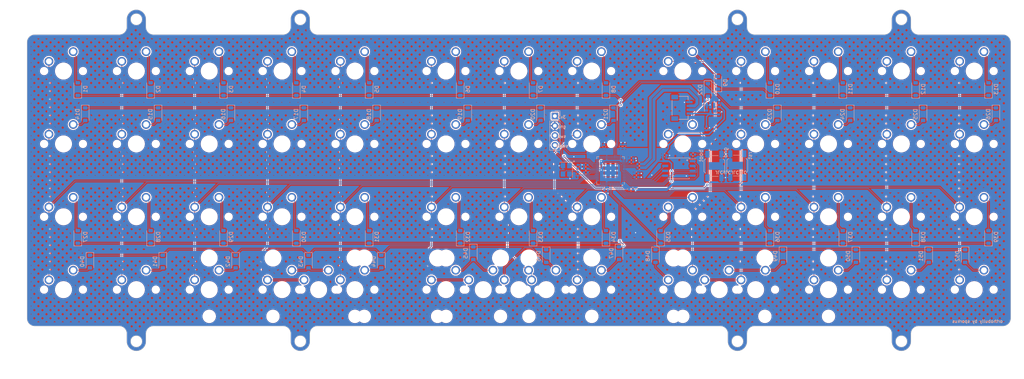
<source format=kicad_pcb>
(kicad_pcb (version 20221018) (generator pcbnew)
  (layers (0 "F.Cu" signal) (31 "B.Cu" signal) (34 "B.Paste" user) (35 "F.Paste" user) (36 "B.SilkS" user "B.Silkscreen") (37 "F.SilkS" user "F.Silkscreen") (38 "B.Mask" user) (39 "F.Mask" user) (44 "Edge.Cuts" user))
  (net 0 "")
  (net 1 "Net-(D1-A)")
  (net 2 "Net-(D2-A)")
  (net 3 "Net-(D3-A)")
  (net 4 "Net-(D4-A)")
  (net 5 "Net-(D5-A)")
  (net 6 "Net-(D6-A)")
  (net 7 "Net-(D7-A)")
  (net 8 "Net-(D8-A)")
  (net 9 "Net-(D9-A)")
  (net 10 "Net-(D10-A)")
  (net 11 "Net-(D11-A)")
  (net 12 "Net-(D12-A)")
  (net 13 "Net-(D13-A)")
  (net 14 "Net-(D14-A)")
  (net 15 "Net-(D15-A)")
  (net 16 "Net-(D16-A)")
  (net 17 "Net-(D17-A)")
  (net 18 "Net-(D18-A)")
  (net 19 "Net-(D19-A)")
  (net 20 "Net-(D20-A)")
  (net 21 "Net-(D21-A)")
  (net 22 "Net-(D22-A)")
  (net 23 "Net-(D23-A)")
  (net 24 "Net-(D24-A)")
  (net 25 "Net-(D25-A)")
  (net 26 "Net-(D27-A)")
  (net 27 "Net-(D28-A)")
  (net 28 "Net-(D29-A)")
  (net 29 "Net-(D30-A)")
  (net 30 "Net-(D31-A)")
  (net 31 "Net-(D32-A)")
  (net 32 "Net-(D33-A)")
  (net 33 "Net-(D34-A)")
  (net 34 "Net-(D35-A)")
  (net 35 "Net-(D36-A)")
  (net 36 "Net-(D37-A)")
  (net 37 "Net-(D38-A)")
  (net 38 "Net-(D40-A)")
  (net 39 "Net-(D41-A)")
  (net 40 "Net-(D42-A)")
  (net 41 "Net-(D43-A)")
  (net 42 "Net-(D44-A)")
  (net 43 "Net-(D45-A)")
  (net 44 "ROW1")
  (net 45 "ROW2")
  (net 46 "COL1")
  (net 47 "COL2")
  (net 48 "COL3")
  (net 49 "COL4")
  (net 50 "COL6")
  (net 51 "COL7")
  (net 52 "COL8")
  (net 53 "COL9")
  (net 54 "COL10")
  (net 55 "COL11")
  (net 56 "COL12")
  (net 57 "COL5")
  (net 58 "+3V3")
  (net 59 "GND")
  (net 60 "XTAL_IN")
  (net 61 "/XTAL_O")
  (net 62 "+1V1")
  (net 63 "+5V")
  (net 64 "~{RESET}")
  (net 65 "SWD")
  (net 66 "SWCLK")
  (net 67 "/~{USB_BOOT}")
  (net 68 "QSPI_SS")
  (net 69 "D_P")
  (net 70 "/D_+")
  (net 71 "D_N")
  (net 72 "/D_-")
  (net 73 "XTAL_OUT")
  (net 74 "SD1")
  (net 75 "SD2")
  (net 76 "SD0")
  (net 77 "QSPI_CLK")
  (net 78 "SD3")
  (net 79 "/GPIO28")
  (net 80 "/GPIO7")
  (net 81 "/GPIO16")
  (net 82 "/GPIO17")
  (net 83 "/GPIO22")
  (net 84 "/GPIO23")
  (net 85 "/GPIO24")
  (net 86 "/GPIO25")
  (net 87 "/GPIO29")
  (net 88 "/GPIO18")
  (net 89 "Net-(D46-A)")
  (net 90 "Net-(D47-A)")
  (net 91 "Net-(D48-A)")
  (net 92 "Net-(D49-A)")
  (net 93 "Net-(D50-A)")
  (net 94 "Net-(D51-A)")
  (net 95 "COL13")
  (net 96 "/GPIO21")
  (net 97 "ROW3")
  (net 98 "ROW4")
  (net 99 "Net-(D26-A)")
  (net 100 "Net-(D39-A)")
  (net 101 "Net-(D52-A)")
  (net 102 "/GPIO19")
  (net 103 "/GPIO20")
  (footprint "MX_Solderable:MX-Solderable-1U" (layer "F.Cu") (at 105.08875 82.1786)
    (fp_text reference "SW18")
    (fp_text value "SW_Push")
  )
  (footprint "MX_Solderable:MX-Solderable-1U" (layer "F.Cu") (at 66.98875 120.2786)
    (fp_text reference "SW42")
    (fp_text value "SW_Push")
  )
  (footprint "MX_Solderable:MX-Solderable-1U" (layer "F.Cu") (at 167.00125 82.1786)
    (fp_text reference "SW21")
    (fp_text value "SW_Push")
  )
  (footprint "MX_Solderable:MX-Solderable-1U" (layer "F.Cu") (at 209.86375 63.1286)
    (fp_text reference "SW10")
    (fp_text value "SW_Push")
  )
  (footprint "MX_Solderable:MX-Solderable-1U" (layer "F.Cu") (at 28.88875 101.2286)
    (fp_text reference "SW27")
    (fp_text value "SW_Push")
  )
  (footprint "MX_Solderable:MX-Solderable-1U" (layer "F.Cu") (at 190.81375 101.2286)
    (fp_text reference "SW35")
    (fp_text value "SW_Push")
  )
  (footprint "MX_Solderable:MX-Solderable-1U" (layer "F.Cu") (at 267.01375 63.1286)
    (fp_text reference "SW13")
    (fp_text value "SW_Push")
  )
  (footprint "MX_Solderable:MX-Solderable-1U" (layer "F.Cu") (at 190.81375 82.1786)
    (fp_text reference "SW22")
    (fp_text value "SW_Push")
  )
  (footprint "MX_Solderable:MX-Solderable-1U" (layer "F.Cu") (at 28.88875 82.1786)
    (fp_text reference "SW14")
    (fp_text value "SW_Push")
  )
  (footprint "MX_Solderable:MX-Solderable-1U" (layer "F.Cu") (at 167.00125 120.2786)
    (fp_text reference "SW47")
    (fp_text value "SW_Push")
  )
  (footprint "MX_Solderable:MX-Solderable-1U" (layer "F.Cu") (at 228.91375 63.1286)
    (fp_text reference "SW11")
    (fp_text value "SW_Push")
  )
  (footprint "MX_Solderable:MX-Solderable-1U" (layer "F.Cu") (at 247.96375 63.1286)
    (fp_text reference "SW12")
    (fp_text value "SW_Push")
  )
  (footprint "MX_Solderable:MX-Solderable-1U" (layer "F.Cu") (at 167.00125 63.1286)
    (fp_text reference "SW8")
    (fp_text value "SW_Push")
  )
  (footprint "MX_Solderable:MX-Solderable-2U-ReversedStabilizers" (layer "F.Cu") (at 95.5955 120.2786)
    (fp_text reference "SW53")
    (fp_text value "SW_Push")
  )
  (footprint "MX_Solderable:MX-Solderable-1U" (layer "F.Cu") (at 247.96375 82.1786)
    (fp_text reference "SW25")
    (fp_text value "SW_Push")
  )
  (footprint "MX_Solderable:MX-Solderable-1U" (layer "F.Cu") (at 128.90125 120.2786)
    (fp_text reference "SW45")
    (fp_text value "SW_Push")
  )
  (footprint "MX_Solderable:MX-Solderable-1U" (layer "F.Cu") (at 190.81375 63.1286)
    (fp_text reference "SW9")
    (fp_text value "SW_Push")
  )
  (footprint "MX_Solderable:MX-Solderable-1U" (layer "F.Cu") (at 47.93875 101.2286)
    (fp_text reference "SW28")
    (fp_text value "SW_Push")
  )
  (footprint "MX_Solderable:MX-Solderable-1U" (layer "F.Cu") (at 228.91375 101.2286)
    (fp_text reference "SW37")
    (fp_text value "SW_Push")
  )
  (footprint "MX_Solderable:MX-Solderable-1U" (layer "F.Cu") (at 105.08875 120.2786)
    (fp_text reference "SW44")
    (fp_text value "SW_Push")
  )
  (footprint "MX_Solderable:MX-Solderable-2U-ReversedStabilizers" (layer "F.Cu") (at 155.095 120.2786)
    (fp_text reference "SW55")
    (fp_text value "SW_Push")
  )
  (footprint "MX_Solderable:MX-Solderable-3U-ReversedStabilizers" (layer "F.Cu") (at 147.95125 120.2786)
    (fp_text reference "SW46")
    (fp_text value "SW_Push")
  )
  (footprint "MX_Solderable:MX-Solderable-1U" (layer "F.Cu") (at 147.95125 82.1786)
    (fp_text reference "SW20")
    (fp_text value "SW_Push")
  )
  (footprint "MX_Solderable:MX-Solderable-1U" (layer "F.Cu") (at 209.86375 101.2286)
    (fp_text reference "SW36")
    (fp_text value "SW_Push")
  )
  (footprint "MX_Solderable:MX-Solderable-1U" (layer "F.Cu") (at 128.90125 82.1786)
    (fp_text reference "SW19")
    (fp_text value "SW_Push")
  )
  (footprint "MX_Solderable:MX-Solderable-1U" (layer "F.Cu") (at 267.01375 82.1786)
    (fp_text reference "SW26")
    (fp_text value "SW_Push")
  )
  (footprint "MX_Solderable:MX-Solderable-1U" (layer "F.Cu") (at 66.98875 82.1786)
    (fp_text reference "SW16")
    (fp_text value "SW_Push")
  )
  (footprint "MX_Solderable:MX-Solderable-1U" (layer "F.Cu") (at 247.96375 120.2786)
    (fp_text reference "SW51")
    (fp_text value "SW_Push")
  )
  (footprint "MX_Solderable:MX-Solderable-1U" (layer "F.Cu") (at 167.00125 101.2286)
    (fp_text reference "SW34")
    (fp_text value "SW_Push")
  )
  (footprint "MX_Solderable:MX-Solderable-1U" (layer "F.Cu") (at 47.93875 82.1786)
    (fp_text reference "SW15")
    (fp_text value "SW_Push")
  )
  (footprint "MX_Solderable:MX-Solderable-3U-ReversedStabilizers" (layer "F.Cu") (at 209.86375 120.2786)
    (fp_text reference "SW49")
    (fp_text value "SW_Push")
  )
  (footprint "MX_Solderable:MX-Solderable-1U" (layer "F.Cu") (at 190.81375 120.2786)
    (fp_text reference "SW48")
    (fp_text value "SW_Push")
  )
  (footprint "MX_Solderable:MX-Solderable-1U" (layer "F.Cu") (at 66.98875 63.1286)
    (fp_text reference "SW3")
    (fp_text value "SW_Push")
  )
  (footprint "MX_Solderable:MX-Solderable-1U" (layer "F.Cu") (at 128.90125 63.1286)
    (fp_text reference "SW6")
    (fp_text value "SW_Push")
  )
  (footprint "MX_Solderable:MX-Solderable-1U" (layer "F.Cu") (at 147.95125 63.1286)
    (fp_text reference "SW7")
    (fp_text value "SW_Push")
  )
  (footprint "MX_Solderable:MX-Solderable-1U" (layer "F.Cu") (at 105.08875 63.1286)
    (fp_text reference "SW5")
    (fp_text value "SW_Push")
  )
  (footprint "MX_Solderable:MX-Solderable-1U" (layer "F.Cu") (at 128.90125 101.2286)
    (fp_text reference "SW32")
    (fp_text value "SW_Push")
  )
  (footprint "MX_Solderable:MX-Solderable-1U" (layer "F.Cu") (at 228.91375 120.2786)
    (fp_text reference "SW50")
    (fp_text value "SW_Push")
  )
  (footprint "MX_Solderable:MX-Solderable-1U" (layer "F.Cu") (at 209.86375 82.1786)
    (fp_text reference "SW23")
    (fp_text value "SW_Push")
  )
  (footprint "MX_Solderable:MX-Solderable-1U" (layer "F.Cu") (at 86.03875 101.2286)
    (fp_text reference "SW30")
    (fp_text value "SW_Push")
  )
  (footprint "MX_Solderable:MX-Solderable-1U" (layer "F.Cu") (at 228.91375 82.1786)
    (fp_text reference "SW24")
    (fp_text value "SW_Push")
  )
  (footprint "MX_Solderable:MX-Solderable-1U" (layer "F.Cu") (at 267.01375 101.2286)
    (fp_text reference "SW39")
    (fp_text value "SW_Push")
  )
  (footprint "MX_Solderable:MX-Solderable-1U" (layer "F.Cu") (at 47.93875 120.2786)
    (fp_text reference "SW41")
    (fp_text value "SW_Push")
  )
  (footprint "MX_Solderable:MX-Solderable-1U" (layer "F.Cu") (at 247.96375 101.2286)
    (fp_text reference "SW38")
    (fp_text value "SW_Push")
  )
  (footprint "MX_Solderable:MX-Solderable-2U-ReversedStabilizers" (layer "F.Cu") (at 138.64125 120.2786)
    (fp_text reference "SW54")
    (fp_text value "SW_Push")
  )
  (footprint "MX_Solderable:MX-Solderable-1U" (layer "F.Cu") (at 86.03875 63.1286)
    (fp_text reference "SW4")
    (fp_text value "SW_Push")
  )
  (footprint "MX_Solderable:MX-Solderable-1U" (layer "F.Cu") (at 86.03875 82.1786)
    (fp_text reference "SW17")
    (fp_text value "SW_Push")
  )
  (footprint "MX_Solderable:MX-Solderable-3U-ReversedStabilizers" (layer "F.Cu") (at 86.03875 120.2786)
    (fp_text reference "SW43")
    (fp_text value "SW_Push")
  )
  (footprint "MX_Solderable:MX-Solderable-1U" (layer "F.Cu") (at 28.88875 120.2786)
    (fp_text reference "SW40")
    (fp_text value "SW_Push")
  )
  (footprint "MX_Solderable:MX-Solderable-1U" (layer "F.Cu") (at 147.95125 101.2286)
    (fp_text reference "SW33")
    (fp_text value "SW_Push")
  )
  (footprint "MX_Solderable:MX-Solderable-1U" (layer "F.Cu") (at 105.08875 101.2286)
    (fp_text reference "SW31")
    (fp_text value "SW_Push")
  )
  (footprint "MX_Solderable:MX-Solderable-1U" (layer "F.Cu") (at 47.93875 63.1286)
    (fp_text reference "SW2")
    (fp_text value "SW_Push")
  )
  (footprint "MX_Solderable:MX-Solderable-1U" (layer "F.Cu") (at 66.98875 101.2286)
    (fp_text reference "SW29")
    (fp_text value "SW_Push")
  )
  (footprint "MX_Solderable:MX-Solderable-2U-ReversedStabilizers" (layer "F.Cu") (at 200.33875 120.2786)
    (fp_text reference "SW56")
    (fp_text value "SW_Push")
  )
  (footprint "MX_Solderable:MX-Solderable-1U" (layer "F.Cu") (at 28.88875 63.1286)
    (fp_text reference "SW1")
    (fp_text value "SW_Push")
  )
  (footprint "MX_Solderable:MX-Solderable-1U" (layer "F.Cu") (at 267.01375 120.2786)
    (fp_text reference "SW52")
    (fp_text value "SW_Push")
  )
  (footprint "Button_Switch_SMD:SW_SPST_SKQG_WithoutStem" (layer "B.Cu") (at 199.065851 87.94305 90)
    (fp_text reference "SW_BOOT1" hide)
    (fp_text value "SW_Push")
  )
  (footprint "Capacitor_SMD:C_0402_1005Metric" (layer "B.Cu") (at 174.565851 82.82305 90)
    (fp_text reference "C14" hide)
    (fp_text value "100nF")
  )
  (footprint "Capacitor_SMD:C_0402_1005Metric" (layer "B.Cu") (at 200.2308 74.01725 -90)
    (fp_text reference "C16" hide)
    (fp_text value "1uF")
  )
  (footprint "Diode_SMD:D_SOD-123" (layer "B.Cu") (at 89.765851 106.49305 90)
    (fp_text reference "D30")
    (fp_text value "1N4148W")
  )
  (footprint "Capacitor_SMD:C_0402_1005Metric" (layer "B.Cu") (at 177.27 94.11985)
    (fp_text reference "C10" hide)
    (fp_text value "100nF")
  )
  (footprint "Capacitor_SMD:C_0402_1005Metric" (layer "B.Cu") (at 163.355851 88.14305 -90)
    (fp_text reference "C3" hide)
    (fp_text value "22pF")
  )
  (footprint "Capacitor_SMD:C_0402_1005Metric" (layer "B.Cu") (at 175.565851 82.80305 90)
    (fp_text reference "C15" hide)
    (fp_text value "100nF")
  )
  (footprint "Diode_SMD:D_SOD-123" (layer "B.Cu") (at 89.765851 67.84305 90)
    (fp_text reference "D4")
    (fp_text value "1N4148W")
  )
  (footprint "Diode_SMD:D_SOD-123" (layer "B.Cu") (at 183.67 111.48485 -90)
    (fp_text reference "D48")
    (fp_text value "1N4148W")
  )
  (footprint "Diode_SMD:D_SOD-123" (layer "B.Cu") (at 34.565851 74.39305 -90)
    (fp_text reference "D14")
    (fp_text value "1N4148W")
  )
  (footprint "Capacitor_SMD:C_0402_1005Metric" (layer "B.Cu") (at 200.2816 72.01325 -90)
    (fp_text reference "C17" hide)
    (fp_text value "1uF")
  )
  (footprint "Diode_SMD:D_SOD-123" (layer "B.Cu") (at 153.628351 74.39305 -90)
    (fp_text reference "D20")
    (fp_text value "1N4148W")
  )
  (footprint "Diode_SMD:D_SOD-123" (layer "B.Cu") (at 35.790851 112.92805 -90)
    (fp_text reference "D40")
    (fp_text value "1N4148W")
  )
  (footprint "Diode_SMD:D_SOD-123" (layer "B.Cu") (at 270.740851 67.84305 90)
    (fp_text reference "D13")
    (fp_text value "1N4148W")
  )
  (footprint "Diode_SMD:D_SOD-123" (layer "B.Cu") (at 92.940851 112.92805 -90)
    (fp_text reference "D43")
    (fp_text value "1N4148W")
  )
  (footprint "Resistor_SMD:R_0402_1005Metric" (layer "B.Cu") (at 179.475851 87.44305 180)
    (fp_text reference "R6" hide)
    (fp_text value "27R")
  )
  (footprint "Diode_SMD:D_SOD-123" (layer "B.Cu") (at 73.890851 112.92805 -90)
    (fp_text reference "D42")
    (fp_text value "1N4148W")
  )
  (footprint "Diode_SMD:D_SOD-123" (layer "B.Cu") (at 136.045 110.7536 -90)
    (fp_text reference "D45")
    (fp_text value "1N4148W")
  )
  (footprint "Diode_SMD:D_SOD-123" (layer "B.Cu") (at 151.678351 67.84305 90)
    (fp_text reference "D7")
    (fp_text value "1N4148W")
  )
  (footprint "Capacitor_SMD:C_0402_1005Metric" (layer "B.Cu") (at 165.445851 88.64305 180)
    (fp_text reference "C12" hide)
    (fp_text value "100nF")
  )
  (footprint "Diode_SMD:D_SOD-123" (layer "B.Cu") (at 251.690851 106.49305 90)
    (fp_text reference "D38")
    (fp_text value "1N4148W")
  )
  (footprint "Diode_SMD:D_SOD-123" (layer "B.Cu") (at 70.715851 106.49305 90)
    (fp_text reference "D29")
    (fp_text value "1N4148W")
  )
  (footprint "Diode_SMD:D_SOD-123" (layer "B.Cu") (at 272.690851 74.39305 -90)
    (fp_text reference "D26")
    (fp_text value "1N4148W")
  )
  (footprint "Diode_SMD:D_SOD-123" (layer "B.Cu") (at 270.740851 106.49305 90)
    (fp_text reference "D39")
    (fp_text value "1N4148W")
  )
  (footprint "Diode_SMD:D_SOD-123" (layer "B.Cu") (at 174.145 110.7536 -90)
    (fp_text reference "D47")
    (fp_text value "1N4148W")
  )
  (footprint "Diode_SMD:D_SOD-123" (layer "B.Cu") (at 199.97 66.18485 90)
    (fp_text reference "D9")
    (fp_text value "1N4148W")
  )
  (footprint "Diode_SMD:D_SOD-123" (layer "B.Cu") (at 110.765851 74.39305 -90)
    (fp_text reference "D18")
    (fp_text value "1N4148W")
  )
  (footprint "Resistor_SMD:R_0402_1005Metric" (layer "B.Cu") (at 179.475851 88.39305 180)
    (fp_text reference "R5" hide)
    (fp_text value "27R")
  )
  (footprint "Diode_SMD:D_SOD-123" (layer "B.Cu") (at 170.728351 106.49305 90)
    (fp_text reference "D34")
    (fp_text value "1N4148W")
  )
  (footprint "Diode_SMD:D_SOD-123" (layer "B.Cu") (at 236.0575 111.48485 -90)
    (fp_text reference "D50")
    (fp_text value "1N4148W")
  )
  (footprint "Capacitor_SMD:C_0402_1005Metric" (layer "B.Cu") (at 177.365851 86.89305)
    (fp_text reference "C4" hide)
    (fp_text value "1uF")
  )
  (footprint "Diode_SMD:D_SOD-123" (layer "B.Cu") (at 251.690851 67.84305 90)
    (fp_text reference "D12")
    (fp_text value "1N4148W")
  )
  (footprint "Diode_SMD:D_SOD-123" (layer "B.Cu") (at 151.678351 106.49305 90)
    (fp_text reference "D33")
    (fp_text value "1N4148W")
  )
  (footprint "Capacitor_SMD:C_0402_1005Metric" (layer "B.Cu") (at 165.445851 87.64305 180)
    (fp_text reference "C5" hide)
    (fp_text value "100nF")
  )
  (footprint "Diode_SMD:D_SOD-123" (layer "B.Cu") (at 51.665851 67.84305 90)
    (fp_text reference "D2")
    (fp_text value "1N4148W")
  )
  (footprint "Diode_SMD:D_SOD-123" (layer "B.Cu") (at 108.815851 106.49305 90)
    (fp_text reference "D31")
    (fp_text value "1N4148W")
  )
  (footprint "Package_TO_SOT_SMD:SOT-23" (layer "B.Cu") (at 198.0464 73.05695 -90)
    (fp_text reference "U4" hide)
    (fp_text value "XC6206PxxxMR-Regulator_Linear")
  )
  (footprint "Button_Switch_SMD:SW_SPST_SKQG_WithoutStem" (layer "B.Cu") (at 205.065851 87.8418 -90)
    (fp_text reference "SW_RST1" hide)
    (fp_text value "SW_Push")
  )
  (footprint "Diode_SMD:D_SOD-123" (layer "B.Cu") (at 132.628351 106.49305 90)
    (fp_text reference "D32")
    (fp_text value "1N4148W")
  )
  (footprint "Diode_SMD:D_SOD-123" (layer "B.Cu") (at 172.678351 74.39305 -90)
    (fp_text reference "D21")
    (fp_text value "1N4148W")
  )
  (footprint "Capacitor_SMD:C_0402_1005Metric" (layer "B.Cu") (at 178.69 90.88485)
    (fp_text reference "C6" hide)
    (fp_text value "100nF")
  )
  (footprint "Crystal:Crystal_SMD_3225-4Pin_3.2x2.5mm" (layer "B.Cu") (at 160.315851 88.94305 -90)
    (fp_text reference "Y1" hide)
    (fp_text value "12MHz")
  )
  (footprint "Diode_SMD:D_SOD-123" (layer "B.Cu") (at 197.386 68.05085 -90)
    (fp_text reference "D22")
    (fp_text value "1N4148W")
  )
  (footprint "Diode_SMD:D_SOD-123" (layer "B.Cu") (at 234.590851 74.39305 -90)
    (fp_text reference "D24")
    (fp_text value "1N4148W")
  )
  (footprint "Sleep-lib:RP2040-QFN-56" (layer "B.Cu") (at 171.934601 89.1443 90)
    (fp_text reference "U3" hide)
    (fp_text value "RP2040")
  )
  (footprint "Diode_SMD:D_SOD-123" (layer "B.Cu") (at 213.590851 67.84305 90)
    (fp_text reference "D10")
    (fp_text value "1N4148W")
  )
  (footprint "Capacitor_SMD:C_0402_1005Metric" (layer "B.Cu") (at 177.365851 85.94305)
    (fp_text reference "C7" hide)
    (fp_text value "1uF")
  )
  (footprint "Diode_SMD:D_SOD-123" (layer "B.Cu") (at 111.990851 112.92805 -90)
    (fp_text reference "D44")
    (fp_text value "1N4148W")
  )
  (footprint "Diode_SMD:D_SOD-123" (layer "B.Cu") (at 32.615851 67.84305 90)
    (fp_text reference "D1")
    (fp_text value "1N4148W")
  )
  (footprint "Diode_SMD:D_SOD-123" (layer "B.Cu") (at 54.840851 112.92805 -90)
    (fp_text reference "D41")
    (fp_text value "1N4148W")
  )
  (footprint "Diode_SMD:D_SOD-123" (layer "B.Cu") (at 253.640851 74.39305 -90)
    (fp_text reference "D25")
    (fp_text value "1N4148W")
  )
  (footprint "Resistor_SMD:R_0402_1005Metric" (layer "B.Cu") (at 165.475851 89.64305)
    (fp_text reference "R7" hide)
    (fp_text value "1k")
  )
  (footprint "Diode_SMD:D_SOD-123" (layer "B.Cu") (at 134.578351 74.39305 -90)
    (fp_text reference "D19")
    (fp_text value "1N4148W")
  )
  (footprint "Diode_SMD:D_SOD-123" (layer "B.Cu") (at 32.615851 106.49305 90)
    (fp_text reference "D27")
    (fp_text value "1N4148W")
  )
  (footprint "Diode_SMD:D_SOD-123" (layer "B.Cu") (at 264.6325 111.48485 -90)
    (fp_text reference "D52")
    (fp_text value "1N4148W")
  )
  (footprint "Diode_SMD:D_SOD-123" (layer "B.Cu") (at 72.665851 74.39305 -90)
    (fp_text reference "D16")
    (fp_text value "1N4148W")
  )
  (footprint "Package_SO:SOIC-8_5.23x5.23mm_P1.27mm" (layer "B.Cu") (at 189.798351 88.5743 180)
    (fp_text reference "U1" hide)
    (fp_text value "W25Q128JVS")
  )
  (footprint "random-keyboard-parts:JST-SR-4" (layer "B.Cu") (at 187.80375 72.74 90)
    (fp_text reference "J1" hide)
    (fp_text value "SM04B-SRSS-TB(LF)(SN)")
  )
  (footprint "Connector_PinHeader_2.54mm:PinHeader_1x04_P2.54mm_Vertical" (layer "B.Cu") (at 157.37 74.88485 180)
    (fp_text reference "J2" hide)
    (fp_text value "Conn_01x04")
  )
  (footprint "Capacitor_SMD:C_0402_1005Metric" (layer "B.Cu") (at 178.69 89.88485)
    (fp_text reference "C9" hide)
    (fp_text value "100nF")
  )
  (footprint "Diode_SMD:D_SOD-123" (layer "B.Cu") (at 108.815851 67.84305 90)
    (fp_text reference "D5")
    (fp_text value "1N4148W")
  )
  (footprint "Capacitor_SMD:C_0402_1005Metric" (layer "B.Cu") (at 163.355851 90.01305 90)
    (fp_text reference "C2" hide)
    (fp_text value "22pF")
  )
  (footprint "Diode_SMD:D_SOD-123" (layer "B.Cu") (at 51.665851 106.49305 90)
    (fp_text reference "D28")
    (fp_text value "1N4148W")
  )
  (footprint "Diode_SMD:D_SOD-123" (layer "B.Cu") (at 213.590851 106.49305 90)
    (fp_text reference "D36")
    (fp_text value "1N4148W")
  )
  (footprint "Capacitor_SMD:C_0402_1005Metric" (layer "B.Cu") (at 197 78.11985 -90)
    (fp_text reference "C8" hide)
    (fp_text value "10uF")
  )
  (footprint "Diode_SMD:D_SOD-123" (layer "B.Cu") (at 232.640851 106.49305 90)
    (fp_text reference "D37")
    (fp_text value "1N4148W")
  )
  (footprint "Resistor_SMD:R_0402_1005Metric" (layer "B.Cu") (at 193.485851 84.94305 180)
    (fp_text reference "R1" hide)
    (fp_text value "1k")
  )
  (footprint "Diode_SMD:D_SOD-123" (layer "B.Cu") (at 185.015851 106.49305 90)
    (fp_text reference "D35")
    (fp_text value "1N4148W")
  )
  (footprint "Diode_SMD:D_SOD-123" (layer "B.Cu") (at 232.640851 67.84305 90)
    (fp_text reference "D11")
    (fp_text value "1N4148W")
  )
  (footprint "Diode_SMD:D_SOD-123" (layer "B.Cu") (at 217.0075 111.48485 -90)
    (fp_text reference "D49")
    (fp_text value "1N4148W")
  )
  (footprint "Diode_SMD:D_SOD-123" (layer "B.Cu") (at 215.540851 74.39305 -90)
    (fp_text reference "D23")
    (fp_text value "1N4148W")
  )
  (footprint "Diode_SMD:D_SOD-123" (layer "B.Cu") (at 170.728351 67.84305 90)
    (fp_text reference "D8")
    (fp_text value "1N4148W")
  )
  (footprint "Capacitor_SMD:C_0402_1005Metric" (layer "B.Cu") (at 186.065851 85.14305)
    (fp_text reference "C1" hide)
    (fp_text value "100nF")
  )
  (footprint "Capacitor_SMD:C_0402_1005Metric" (layer "B.Cu") (at 170.265851 82.94305 90)
    (fp_text reference "C13" hide)
    (fp_text value "100nF")
  )
  (footprint "Diode_SMD:D_SOD-123" (layer "B.Cu") (at 91.715851 74.39305 -90)
    (fp_text reference "D17")
    (fp_text value "1N4148W")
  )
  (footprint "Capacitor_SMD:C_0402_1005Metric" (layer "B.Cu") (at 170.77 94.28485)
    (fp_text reference "C11" hide)
    (fp_text value "100nF")
  )
  (footprint "Diode_SMD:D_SOD-123" (layer "B.Cu") (at 53.615851 74.39305 -90)
    (fp_text reference "D15")
    (fp_text value "1N4148W")
  )
  (footprint "Diode_SMD:D_SOD-123" (layer "B.Cu") (at 132.628351 67.84305 90)
    (fp_text reference "D6")
    (fp_text value "1N4148W")
  )
  (footprint "Diode_SMD:D_SOD-123" (layer "B.Cu") (at 155.095 111.48485 -90)
    (fp_text reference "D46")
    (fp_text value "1N4148W")
  )
  (footprint "Diode_SMD:D_SOD-123" (layer "B.Cu") (at 255.1075 111.48485 -90)
    (fp_text reference "D51")
    (fp_text value "1N4148W")
  )
  (footprint "Diode_SMD:D_SOD-123" (layer "B.Cu") (at 70.715851 67.84305 90)
    (fp_text reference "D3")
    (fp_text value "1N4148W")
  )
  (gr_circle (center 162.365851 86.74305) (end 162.465851 86.84305) (stroke (width 0.15)) (fill none) (layer "B.SilkS"))
  (gr_circle (center 175.025 92.99485) (end 175.125 93.09485) (stroke (width 0.15)) (fill none) (layer "B.SilkS"))
  (gr_circle (center 191.965851 86.44305) (end 192.065851 86.54305) (stroke (width 0.15)) (fill none) (layer "B.SilkS"))
  (gr_line (start 52.43875 53.5975) (end 86.30125 53.5975) (stroke (width 0.1)) (layer "Edge.Cuts"))
  (gr_arc (start 250.463749 131.7975) (mid 251.049535 130.383286) (end 252.463749 129.7975) (stroke (width 0.1)) (layer "Edge.Cuts"))
  (gr_arc (start 207.60125 131.7975) (mid 208.187036 130.383285) (end 209.60125 129.7975) (stroke (width 0.1)) (layer "Edge.Cuts"))
  (gr_arc (start 202.60125 51.5975) (mid 202.015464 53.011714) (end 200.60125 53.5975) (stroke (width 0.1)) (layer "Edge.Cuts"))
  (gr_line (start 93.30125 49.5975) (end 93.30125 51.5975) (stroke (width 0.1)) (layer "Edge.Cuts"))
  (gr_line (start 43.438751 129.7975) (end 21.363749 129.7975) (stroke (width 0.1)) (layer "Edge.Cuts"))
  (gr_line (start 88.30125 49.5975) (end 88.30125 51.5975) (stroke (width 0.1)) (layer "Edge.Cuts"))
  (gr_line (start 45.43875 133.7975) (end 45.438751 131.7975) (stroke (width 0.1)) (layer "Edge.Cuts"))
  (gr_line (start 207.60125 49.5975) (end 207.60125 51.5975) (stroke (width 0.1)) (layer "Edge.Cuts"))
  (gr_line (start 88.30125 133.797501) (end 88.30125 131.7975) (stroke (width 0.1)) (layer "Edge.Cuts"))
  (gr_circle (center 247.96375 133.7975) (end 246.46375 133.7975) (stroke (width 0.1)) (fill none) (layer "Edge.Cuts"))
  (gr_arc (start 252.46375 53.5975) (mid 251.049536 53.011714) (end 250.46375 51.5975) (stroke (width 0.1)) (layer "Edge.Cuts"))
  (gr_line (start 50.43875 49.5975) (end 50.43875 51.5975) (stroke (width 0.1)) (layer "Edge.Cuts"))
  (gr_arc (start 200.60125 129.7975) (mid 202.015464 130.383286) (end 202.60125 131.7975) (stroke (width 0.1)) (layer "Edge.Cuts"))
  (gr_arc (start 245.46375 49.5975) (mid 247.96375 47.0975) (end 250.46375 49.5975) (stroke (width 0.1)) (layer "Edge.Cuts"))
  (gr_arc (start 202.60125 49.5975) (mid 205.10125 47.0975) (end 207.60125 49.5975) (stroke (width 0.1)) (layer "Edge.Cuts"))
  (gr_line (start 19.36375 127.7975) (end 19.36375 55.5975) (stroke (width 0.1)) (layer "Edge.Cuts"))
  (gr_arc (start 45.43875 51.5975) (mid 44.852964 53.011714) (end 43.43875 53.5975) (stroke (width 0.1)) (layer "Edge.Cuts"))
  (gr_circle (center 205.10125 133.797501) (end 203.60125 133.797501) (stroke (width 0.1)) (fill none) (layer "Edge.Cuts"))
  (gr_arc (start 88.30125 51.5975) (mid 87.715464 53.011714) (end 86.30125 53.5975) (stroke (width 0.1)) (layer "Edge.Cuts"))
  (gr_circle (center 90.80125 133.797501) (end 89.30125 133.7975) (stroke (width 0.1)) (fill none) (layer "Edge.Cuts"))
  (gr_circle (center 205.10125 49.5975) (end 206.60125 49.5975) (stroke (width 0.1)) (fill none) (layer "Edge.Cuts"))
  (gr_line (start 276.53875 55.5975) (end 276.53875 127.7975) (stroke (width 0.1)) (layer "Edge.Cuts"))
  (gr_line (start 200.60125 129.7975) (end 95.30125 129.7975) (stroke (width 0.1)) (layer "Edge.Cuts"))
  (gr_circle (center 90.80125 49.5975) (end 92.30125 49.5975) (stroke (width 0.1)) (fill none) (layer "Edge.Cuts"))
  (gr_arc (start 45.43875 49.5975) (mid 47.93875 47.0975) (end 50.43875 49.5975) (stroke (width 0.1)) (layer "Edge.Cuts"))
  (gr_line (start 250.46375 133.7975) (end 250.463749 131.7975) (stroke (width 0.1)) (layer "Edge.Cuts"))
  (gr_line (start 274.53875 129.7975) (end 252.463749 129.7975) (stroke (width 0.1)) (layer "Edge.Cuts"))
  (gr_arc (start 274.53875 53.5975) (mid 275.952964 54.183286) (end 276.53875 55.5975) (stroke (width 0.1)) (layer "Edge.Cuts"))
  (gr_arc (start 245.46375 51.5975) (mid 244.877964 53.011714) (end 243.46375 53.5975) (stroke (width 0.1)) (layer "Edge.Cuts"))
  (gr_arc (start 86.30125 129.7975) (mid 87.715464 130.383286) (end 88.30125 131.7975) (stroke (width 0.1)) (layer "Edge.Cuts"))
  (gr_line (start 245.46375 49.5975) (end 245.46375 51.5975) (stroke (width 0.1)) (layer "Edge.Cuts"))
  (gr_arc (start 276.53875 127.7975) (mid 275.952964 129.211715) (end 274.53875 129.7975) (stroke (width 0.1)) (layer "Edge.Cuts"))
  (gr_arc (start 209.60125 53.5975) (mid 208.187036 53.011714) (end 207.60125 51.5975) (stroke (width 0.1)) (layer "Edge.Cuts"))
  (gr_line (start 95.30125 53.5975) (end 200.60125 53.5975) (stroke (width 0.1)) (layer "Edge.Cuts"))
  (gr_arc (start 21.363749 129.7975) (mid 19.949536 129.211713) (end 19.36375 127.7975) (stroke (width 0.1)) (layer "Edge.Cuts"))
  (gr_line (start 86.30125 129.7975) (end 52.438751 129.7975) (stroke (width 0.1)) (layer "Edge.Cuts"))
  (gr_line (start 202.60125 49.5975) (end 202.60125 51.5975) (stroke (width 0.1)) (layer "Edge.Cuts"))
  (gr_arc (start 88.30125 49.5975) (mid 90.80125 47.0975) (end 93.30125 49.5975) (stroke (width 0.1)) (layer "Edge.Cuts"))
  (gr_line (start 243.463749 129.7975) (end 209.60125 129.7975) (stroke (width 0.1)) (layer "Edge.Cuts"))
  (gr_circle (center 47.93875 133.7975) (end 46.43875 133.7975) (stroke (width 0.1)) (fill none) (layer "Edge.Cuts"))
  (gr_arc (start 52.43875 53.5975) (mid 51.024536 53.011714) (end 50.43875 51.5975) (stroke (width 0.1)) (layer "Edge.Cuts"))
  (gr_arc (start 50.43875 133.7975) (mid 47.93875 136.2975) (end 45.43875 133.7975) (stroke (width 0.1)) (layer "Edge.Cuts"))
  (gr_line (start 250.46375 49.5975) (end 250.46375 51.5975) (stroke (width 0.1)) (layer "Edge.Cuts"))
  (gr_line (start 252.46375 53.5975) (end 274.53875 53.5975) (stroke (width 0.1)) (layer "Edge.Cuts"))
  (gr_arc (start 95.30125 53.5975) (mid 93.887036 53.011714) (end 93.30125 51.5975) (stroke (width 0.1)) (layer "Edge.Cuts"))
  (gr_circle (center 247.96375 49.5975) (end 249.46375 49.5975) (stroke (width 0.1)) (fill none) (layer "Edge.Cuts"))
  (gr_arc (start 43.438751 129.7975) (mid 44.852964 130.383287) (end 45.438751 131.7975) (stroke (width 0.1)) (layer "Edge.Cuts"))
  (gr_arc (start 250.46375 133.7975) (mid 247.96375 136.2975) (end 245.46375 133.7975) (stroke (width 0.1)) (layer "Edge.Cuts"))
  (gr_arc (start 93.30125 131.7975) (mid 93.887036 130.383286) (end 95.30125 129.7975) (stroke (width 0.1)) (layer "Edge.Cuts"))
  (gr_line (start 93.30125 133.797501) (end 93.30125 131.7975) (stroke (width 0.1)) (layer "Edge.Cuts"))
  (gr_line (start 207.60125 133.797501) (end 207.60125 131.7975) (stroke (width 0.1)) (layer "Edge.Cuts"))
  (gr_line (start 209.60125 53.5975) (end 243.46375 53.5975) (stroke (width 0.1)) (layer "Edge.Cuts"))
  (gr_line (start 245.46375 133.7975) (end 245.46375 131.797501) (stroke (width 0.1)) (layer "Edge.Cuts"))
  (gr_arc (start 19.36375 55.5975) (mid 19.949536 54.183286) (end 21.36375 53.5975) (stroke (width 0.1)) (layer "Edge.Cuts"))
  (gr_line (start 21.36375 53.5975) (end 43.43875 53.5975) (stroke (width 0.1)) (layer "Edge.Cuts"))
  (gr_circle (center 47.93875 49.5975) (end 49.43875 49.5975) (stroke (width 0.1)) (fill none) (layer "Edge.Cuts"))
  (gr_line (start 202.60125 133.797501) (end 202.60125 131.7975) (stroke (width 0.1)) (layer "Edge.Cuts"))
  (gr_line (start 45.43875 49.5975) (end 45.43875 51.5975) (stroke (width 0.1)) (layer "Edge.Cuts"))
  (gr_line (start 50.43875 133.7975) (end 50.43875 131.797501) (stroke (width 0.1)) (layer "Edge.Cuts"))
  (gr_arc (start 50.43875 131.797501) (mid 51.024536 130.383286) (end 52.438751 129.7975) (stroke (width 0.1)) (layer "Edge.Cuts"))
  (gr_arc (start 93.30125 133.797501) (mid 90.80125 136.297501) (end 88.30125 133.797501) (stroke (width 0.1)) (layer "Edge.Cuts"))
  (gr_arc (start 243.463749 129.7975) (mid 244.877964 130.383286) (end 245.46375 131.797501) (stroke (width 0.1)) (layer "Edge.Cuts"))
  (gr_arc (start 207.60125 133.797501) (mid 205.10125 136.297501) (end 202.60125 133.797501) (stroke (width 0.1)) (layer "Edge.Cuts"))
  (gr_text "JLCJLCJLCJLC" (at 199.185 89.15125 180) (layer "B.SilkS") (effects (font (size 0.8 0.8) (thickness 0.15) bold) (justify left bottom mirror)))
  (gr_text "gnd" (at 159.165851 77.64305) (layer "B.SilkS") (effects (font (size 0.8 0.8) (thickness 0.15) bold) (justify mirror)))
  (gr_text "gnd" (at 202.525 82.96985 90) (layer "B.SilkS") (effects (font (size 1 1)) (justify left bottom mirror)))
  (gr_text "swclk" (at 159.200851 82.72305) (layer "B.SilkS") (effects (font (size 0.8 0.8) (thickness 0.15) bold) (justify mirror)))
  (gr_text "rst" (at 208.975 84.11985 90) (layer "B.SilkS") (effects (font (size 1 1)) (justify left bottom mirror)))
  (gr_text "orthobully by sporkus" (at 274.55 129.01985) (layer "B.SilkS") (effects (font (size 0.8 0.8)) (justify left bottom mirror)))
  (gr_text "boot" (at 196.125 83.49485 90) (layer "B.SilkS") (effects (font (size 1 1)) (justify left bottom mirror)))
  (gr_text "3v3" (at 159.165851 75.14305) (layer "B.SilkS") (effects (font (size 0.8 0.8) (thickness 0.15) bold) (justify mirror)))
  (gr_text "swd" (at 159.165851 80.18305) (layer "B.SilkS") (effects (font (size 0.8 0.8) (thickness 0.15) bold) (justify mirror)))
  (segment (start 32.07 65.647199) (end 32.07 58.68985) (width 0.15) (layer "B.Cu") (net 1))
  (segment (start 32.615851 66.19305) (end 32.07 65.647199) (width 0.15) (layer "B.Cu") (net 1))
  (segment (start 51.12 65.647199) (end 51.12 58.68985) (width 0.15) (layer "B.Cu") (net 2))
  (segment (start 51.665851 66.19305) (end 51.12 65.647199) (width 0.15) (layer "B.Cu") (net 2))
  (segment (start 70.17 65.647199) (end 70.17 58.68985) (width 0.15) (layer "B.Cu") (net 3))
  (segment (start 70.715851 66.19305) (end 70.17 65.647199) (width 0.15) (layer "B.Cu") (net 3))
  (segment (start 89.22 65.647199) (end 89.22 58.68985) (width 0.15) (layer "B.Cu") (net 4))
  (segment (start 89.765851 66.19305) (end 89.22 65.647199) (width 0.15) (layer "B.Cu") (net 4))
  (segment (start 108.815851 66.19305) (end 108.27 65.647199) (width 0.15) (layer "B.Cu") (net 5))
  (segment (start 108.27 65.647199) (end 108.27 58.68985) (width 0.15) (layer "B.Cu") (net 5))
  (segment (start 131.97 65.534699) (end 131.97 58.57735) (width 0.15) (layer "B.Cu") (net 6))
  (segment (start 132.628351 66.19305) (end 131.97 65.534699) (width 0.15) (layer "B.Cu") (net 6))
  (segment (start 151.02 65.534699) (end 151.02 58.57735) (width 0.15) (layer "B.Cu") (net 7))
  (segment (start 151.678351 66.19305) (end 151.02 65.534699) (width 0.15) (layer "B.Cu") (net 7))
  (segment (start 170.07 65.534699) (end 170.07 58.57735) (width 0.15) (layer "B.Cu") (net 8))
  (segment (start 170.728351 66.19305) (end 170.07 65.534699) (width 0.15) (layer "B.Cu") (net 8))
  (segment (start 199.84 64.53485) (end 193.35375 58.0486) (width 0.15) (layer "B.Cu") (net 9))
  (segment (start 212.97 65.572199) (end 212.97 58.61485) (width 0.15) (layer "B.Cu") (net 10))
  (segment (start 213.590851 66.19305) (end 212.97 65.572199) (width 0.15) (layer "B.Cu") (net 10))
  (segment (start 232.02 65.572199) (end 232.02 58.61485) (width 0.15) (layer "B.Cu") (net 11))
  (segment (start 232.640851 66.19305) (end 232.02 65.572199) (width 0.15) (layer "B.Cu") (net 11))
  (segment (start 251.07 65.572199) (end 251.07 58.61485) (width 0.15) (layer "B.Cu") (net 12))
  (segment (start 251.690851 66.19305) (end 251.07 65.572199) (width 0.15) (layer "B.Cu") (net 12))
  (segment (start 270.12 65.572199) (end 270.12 58.61485) (width 0.15) (layer "B.Cu") (net 13))
  (segment (start 270.740851 66.19305) (end 270.12 65.572199) (width 0.15) (layer "B.Cu") (net 13))
  (segment (start 31.42875 77.0986) (end 33.510301 77.0986) (width 0.15) (layer "B.Cu") (net 14))
  (segment (start 33.510301 77.0986) (end 34.565851 76.04305) (width 0.15) (layer "B.Cu") (net 14))
  (segment (start 50.47875 77.0986) (end 52.560301 77.0986) (width 0.15) (layer "B.Cu") (net 15))
  (segment (start 52.560301 77.0986) (end 53.615851 76.04305) (width 0.15) (layer "B.Cu") (net 15))
  (segment (start 71.610301 77.0986) (end 72.665851 76.04305) (width 0.15) (layer "B.Cu") (net 16))
  (segment (start 69.52875 77.0986) (end 71.610301 77.0986) (width 0.15) (layer "B.Cu") (net 16))
  (segment (start 90.660301 77.0986) (end 91.715851 76.04305) (width 0.15) (layer "B.Cu") (net 17))
  (segment (start 88.57875 77.0986) (end 90.660301 77.0986) (width 0.15) (layer "B.Cu") (net 17))
  (segment (start 107.62875 77.0986) (end 109.710301 77.0986) (width 0.15) (layer "B.Cu") (net 18))
  (segment (start 109.710301 77.0986) (end 110.765851 76.04305) (width 0.15) (layer "B.Cu") (net 18))
  (segment (start 133.522801 77.0986) (end 134.578351 76.04305) (width 0.15) (layer "B.Cu") (net 19))
  (segment (start 131.44125 77.0986) (end 133.522801 77.0986) (width 0.15) (layer "B.Cu") (net 19))
  (segment (start 150.49125 77.0986) (end 152.572801 77.0986) (width 0.15) (layer "B.Cu") (net 20))
  (segment (start 152.572801 77.0986) (end 153.628351 76.04305) (width 0.15) (layer "B.Cu") (net 20))
  (segment (start 171.622801 77.0986) (end 172.678351 76.04305) (width 0.15) (layer "B.Cu") (net 21))
  (segment (start 169.54125 77.0986) (end 171.622801 77.0986) (width 0.15) (layer "B.Cu") (net 21))
  (segment (start 193.35375 77.0986) (end 193.35375 74.6231) (width 0.15) (layer "F.Cu") (net 22))
  (segment (start 193.35375 74.6231) (end 197.386 70.59085) (width 0.15) (layer "F.Cu") (net 22))
  (via (at 197.386 70.59085) (size 0.6) (drill 0.3) (layers "F.Cu" "B.Cu") (net 22))
  (segment (start 197.386 70.15805) (end 197.386 70.59085) (width 0.15) (layer "B.Cu") (net 22))
  (segment (start 214.485301 77.0986) (end 215.540851 76.04305) (width 0.15) (layer "B.Cu") (net 23))
  (segment (start 212.40375 77.0986) (end 214.485301 77.0986) (width 0.15) (layer "B.Cu") (net 23))
  (segment (start 233.535301 77.0986) (end 234.590851 76.04305) (width 0.15) (layer "B.Cu") (net 24))
  (segment (start 231.45375 77.0986) (end 233.535301 77.0986) (width 0.15) (layer "B.Cu") (net 24))
  (segment (start 250.50375 77.0986) (end 252.585301 77.0986) (width 0.15) (layer "B.Cu") (net 25))
  (segment (start 252.585301 77.0986) (end 253.640851 76.04305) (width 0.15) (layer "B.Cu") (net 25))
  (segment (start 32.17 104.397199) (end 32.17 96.88985) (width 0.15) (layer "B.Cu") (net 26))
  (segment (start 32.615851 104.84305) (end 32.17 104.397199) (width 0.15) (layer "B.Cu") (net 26))
  (segment (start 51.22 104.397199) (end 51.22 96.88985) (width 0.15) (layer "B.Cu") (net 27))
  (segment (start 51.665851 104.84305) (end 51.22 104.397199) (width 0.15) (layer "B.Cu") (net 27))
  (segment (start 70.715851 104.84305) (end 70.27 104.397199) (width 0.15) (layer "B.Cu") (net 28))
  (segment (start 70.27 104.397199) (end 70.27 96.88985) (width 0.15) (layer "B.Cu") (net 28))
  (segment (start 89.765851 104.84305) (end 89.32 104.397199) (width 0.15) (layer "B.Cu") (net 29))
  (segment (start 89.32 104.397199) (end 89.32 96.88985) (width 0.15) (layer "B.Cu") (net 29))
  (segment (start 108.815851 104.84305) (end 108.37 104.397199) (width 0.15) (layer "B.Cu") (net 30))
  (segment (start 108.37 104.397199) (end 108.37 96.88985) (width 0.15) (layer "B.Cu") (net 30))
  (segment (start 132.27 96.97735) (end 131.44125 96.1486) (width 0.15) (layer "B.Cu") (net 31))
  (segment (start 132.27 104.484699) (end 132.27 96.97735) (width 0.15) (layer "B.Cu") (net 31))
  (segment (start 151.17 104.334699) (end 151.17 96.82735) (width 0.15) (layer "B.Cu") (net 32))
  (segment (start 151.678351 104.84305) (end 151.17 104.334699) (width 0.15) (layer "B.Cu") (net 32))
  (segment (start 170.728351 104.84305) (end 170.07 104.184699) (width 0.15) (layer "B.Cu") (net 33))
  (segment (start 170.07 104.184699) (end 170.07 96.67735) (width 0.15) (layer "B.Cu") (net 33))
  (segment (start 185.015851 104.84305) (end 187.215882 102.643019) (width 0.15) (layer "B.Cu") (net 34))
  (segment (start 187.215882 102.643019) (end 187.215882 98.900732) (width 0.15) (layer "B.Cu") (net 34))
  (segment (start 212.40375 103.655949) (end 213.590851 104.84305) (width 0.15) (layer "B.Cu") (net 35))
  (segment (start 212.40375 96.1486) (end 212.40375 103.655949) (width 0.15) (layer "B.Cu") (net 35))
  (segment (start 231.45375 96.1486) (end 231.45375 103.655949) (width 0.15) (layer "B.Cu") (net 36))
  (segment (start 231.45375 103.655949) (end 232.640851 104.84305) (width 0.15) (layer "B.Cu") (net 36))
  (segment (start 250.50375 96.1486) (end 250.50375 103.655949) (width 0.15) (layer "B.Cu") (net 37))
  (segment (start 250.50375 103.655949) (end 251.690851 104.84305) (width 0.15) (layer "B.Cu") (net 37))
  (segment (start 35.170301 115.1986) (end 35.790851 114.57805) (width 0.15) (layer "B.Cu") (net 38))
  (segment (start 31.42875 115.1986) (end 35.170301 115.1986) (width 0.15) (layer "B.Cu") (net 38))
  (segment (start 54.220301 115.1986) (end 54.840851 114.57805) (width 0.15) (layer "B.Cu") (net 39))
  (segment (start 50.47875 115.1986) (end 54.220301 115.1986) (width 0.15) (layer "B.Cu") (net 39))
  (segment (start 73.270301 115.1986) (end 73.890851 114.57805) (width 0.15) (layer "B.Cu") (net 40))
  (segment (start 69.52875 115.1986) (end 73.270301 115.1986) (width 0.15) (layer "B.Cu") (net 40))
  (segment (start 88.57875 115.1986) (end 92.320301 115.1986) (width 0.15) (layer "B.Cu") (net 41))
  (segment (start 98.1355 115.1986) (end 93.561401 115.1986) (width 0.15) (layer "B.Cu") (net 41))
  (segment (start 92.320301 115.1986) (end 92.940851 114.57805) (width 0.15) (layer "B.Cu") (net 41))
  (segment (start 93.561401 115.1986) (end 92.940851 114.57805) (width 0.15) (layer "B.Cu") (net 41))
  (segment (start 111.370301 115.1986) (end 111.990851 114.57805) (width 0.15) (layer "B.Cu") (net 42))
  (segment (start 107.62875 115.1986) (end 111.370301 115.1986) (width 0.15) (layer "B.Cu") (net 42))
  (segment (start 141.18125 115.1986) (end 138.84 115.1986) (width 0.15) (layer "B.Cu") (net 43))
  (segment (start 138.84 115.1986) (end 136.045 112.4036) (width 0.15) (layer "B.Cu") (net 43))
  (segment (start 133.25 115.1986) (end 136.045 112.4036) (width 0.15) (layer "B.Cu") (net 43))
  (segment (start 131.44125 115.1986) (end 133.25 115.1986) (width 0.15) (layer "B.Cu") (net 43))
  (segment (start 174.57 71.98485) (end 174.57 70.78485) (width 0.15) (layer "F.Cu") (net 44))
  (segment (start 174.57 70.78485) (end 174.569122 70.783972) (width 0.15) (layer "F.Cu") (net 44))
  (via (at 174.57 71.98485) (size 0.6) (drill 0.3) (layers "F.Cu" "B.Cu") (net 44))
  (via (at 174.569122 70.783972) (size 0.6) (drill 0.3) (layers "F.Cu" "B.Cu") (net 44))
  (segment (start 173.803351 72.751499) (end 174.57 71.98485) (width 0.15) (layer "B.Cu") (net 44))
  (segment (start 173.2782 69.49305) (end 174.569122 70.783972) (width 0.15) (layer "B.Cu") (net 44))
  (segment (start 173.334601 85.7068) (end 173.334601 83.011214) (width 0.15) (layer "B.Cu") (net 44))
  (segment (start 179.481844 65.87125) (end 174.569122 70.783972) (width 0.15) (layer "B.Cu") (net 44))
  (segment (start 199.97 67.83485) (end 199.97 67.46485) (width 0.15) (layer "B.Cu") (net 44))
  (segment (start 89.765851 69.49305) (end 70.715851 69.49305) (width 0.15) (layer "B.Cu") (net 44))
  (segment (start 170.728351 69.49305) (end 173.2782 69.49305) (width 0.15) (layer "B.Cu") (net 44))
  (segment (start 199.97 67.83485) (end 211.932651 67.83485) (width 0.15) (layer "B.Cu") (net 44))
  (segment (start 173.334601 83.011214) (end 173.803351 82.542464) (width 0.15) (layer "B.Cu") (net 44))
  (segment (start 173.803351 82.542464) (end 173.803351 72.751499) (width 0.15) (layer "B.Cu") (net 44))
  (segment (start 251.690851 69.49305) (end 270.740851 69.49305) (width 0.15) (layer "B.Cu") (net 44))
  (segment (start 151.678351 69.49305) (end 170.728351 69.49305) (width 0.15) (layer "B.Cu") (net 44))
  (segment (start 232.640851 69.49305) (end 251.690851 69.49305) (width 0.15) (layer "B.Cu") (net 44))
  (segment (start 213.590851 69.49305) (end 232.640851 69.49305) (width 0.15) (layer "B.Cu") (net 44))
  (segment (start 196.275 65.87125) (end 179.481844 65.87125) (width 0.15) (layer "B.Cu") (net 44))
  (segment (start 196.6514 65.49485) (end 196.275 65.87125) (width 0.15) (layer "B.Cu") (net 44))
  (segment (start 199.97 67.46485) (end 198 65.49485) (width 0.15) (layer "B.Cu") (net 44))
  (segment (start 108.815851 69.49305) (end 89.765851 69.49305) (width 0.15) (layer "B.Cu") (net 44))
  (segment (start 211.932651 67.83485) (end 213.590851 69.49305) (width 0.15) (layer "B.Cu") (net 44))
  (segment (start 51.665851 69.49305) (end 70.715851 69.49305) (width 0.15) (layer "B.Cu") (net 44))
  (segment (start 132.628351 69.49305) (end 108.815851 69.49305) (width 0.15) (layer "B.Cu") (net 44))
  (segment (start 132.628351 69.49305) (end 151.678351 69.49305) (width 0.15) (layer "B.Cu") (net 44))
  (segment (start 51.665851 69.49305) (end 32.615851 69.49305) (width 0.15) (layer "B.Cu") (net 44))
  (segment (start 198 65.49485) (end 196.6514 65.49485) (width 0.15) (layer "B.Cu") (net 44))
  (segment (start 179.9236 66.17125) (end 174.775 71.31985) (width 0.15) (layer "B.Cu") (net 45))
  (segment (start 172.934601 82.98695) (end 173.503351 82.4182) (width 0.15) (layer "B.Cu") (net 45))
  (segment (start 110.765851 72.74305) (end 134.578351 72.74305) (width 0.15) (layer "B.Cu") (net 45))
  (segment (start 34.565851 72.74305) (end 53.615851 72.74305) (width 0.15) (layer "B.Cu") (net 45))
  (segment (start 153.628351 72.74305) (end 172.678351 72.74305) (width 0.15) (layer "B.Cu") (net 45))
  (segment (start 197.386 66.487246) (end 197.386 66.93085) (width 0.15) (layer "B.Cu") (net 45))
  (segment (start 53.615851 72.74305) (end 72.665851 72.74305) (width 0.15) (layer "B.Cu") (net 45))
  (segment (start 173.503351 82.4182) (end 173.503351 73.56805) (width 0.15) (layer "B.Cu") (net 45))
  (segment (start 174.492537 71.31985) (end 173.503351 72.309036) (width 0.15) (layer "B.Cu") (net 45))
  (segment (start 134.578351 72.74305) (end 153.628351 72.74305) (width 0.15) (layer "B.Cu") (net 45))
  (segment (start 173.503351 72.309036) (end 173.503351 73.56805) (width 0.15) (layer "B.Cu") (net 45))
  (segment (start 215.540851 72.74305) (end 234.590851 72.74305) (width 0.15) (layer "B.Cu") (net 45))
  (segment (start 173.503351 73.56805) (end 172.678351 72.74305) (width 0.15) (layer "B.Cu") (net 45))
  (segment (start 91.715851 72.74305) (end 110.765851 72.74305) (width 0.15) (layer "B.Cu") (net 45))
  (segment (start 203.1982 72.74305) (end 215.540851 72.74305) (width 0.15) (layer "B.Cu") (net 45))
  (segment (start 197.1564 66.17125) (end 179.9236 66.17125) (width 0.15) (layer "B.Cu") (net 45))
  (segment (start 172.934601 85.7068) (end 172.934601 82.98695) (width 0.15) (layer "B.Cu") (net 45))
  (segment (start 234.590851 72.74305) (end 253.640851 72.74305) (width 0.15) (layer "B.Cu") (net 45))
  (segment (start 174.775 71.31985) (end 174.492537 71.31985) (width 0.15) (layer "B.Cu") (net 45))
  (segment (start 197.386 66.93085) (end 203.1982 72.74305) (width 0.15) (layer "B.Cu") (net 45))
  (segment (start 253.640851 72.74305) (end 272.690851 72.74305) (width 0.15) (layer "B.Cu") (net 45))
  (segment (start 72.665851 72.74305) (end 91.715851 72.74305) (width 0.15) (layer "B.Cu") (net 45))
  (segment (start 25.07875 79.6386) (end 25.07875 98.6886) (width 0.15) (layer "F.Cu") (net 46))
  (segment (start 25.07875 60.5886) (end 25.07875 79.6386) (width 0.15) (layer "F.Cu") (net 46))
  (segment (start 25.07875 117.7386) (end 25.07875 98.6886) (width 0.15) (layer "F.Cu") (net 46))
  (segment (start 168.033159 90.5443) (end 167.784908 90.792551) (width 0.15) (layer "B.Cu") (net 46))
  (segment (start 167.784908 90.792551) (end 164.615183 90.792551) (width 0.15) (layer "B.Cu") (net 46))
  (segment (start 163.54439 91.863344) (end 31.904006 91.863344) (width 0.15) (layer "B.Cu") (net 46))
  (segment (start 31.904006 91.863344) (end 25.07875 98.6886) (width 0.15) (layer "B.Cu") (net 46))
  (segment (start 164.615183 90.792551) (end 163.54439 91.863344) (width 0.15) (layer "B.Cu") (net 46))
  (segment (start 168.497101 90.5443) (end 168.033159 90.5443) (width 0.15) (layer "B.Cu") (net 46))
  (segment (start 44.12875 117.7386) (end 44.12875 98.6886) (width 0.15) (layer "F.Cu") (net 47))
  (segment (start 44.12875 60.5886) (end 44.12875 79.6386) (width 0.15) (layer "F.Cu") (net 47))
  (segment (start 44.12875 79.6386) (end 44.12875 98.6886) (width 0.15) (layer "F.Cu") (net 47))
  (segment (start 163.668447 92.162845) (end 50.654505 92.162845) (width 0.15) (layer "B.Cu") (net 47))
  (segment (start 50.654505 92.162845) (end 44.12875 98.6886) (width 0.15) (layer "B.Cu") (net 47))
  (segment (start 167.908965 91.092052) (end 164.73924 91.092052) (width 0.15) (layer "B.Cu") (net 47))
  (segment (start 168.056717 90.9443) (end 167.908965 91.092052) (width 0.15) (layer "B.Cu") (net 47))
  (segment (start 168.497101 90.9443) (end 168.056717 90.9443) (width 0.15) (layer "B.Cu") (net 47))
  (segment (start 164.73924 91.092052) (end 163.668447 92.162845) (width 0.15) (layer "B.Cu") (net 47))
  (segment (start 63.17875 79.6386) (end 63.17875 98.6886) (width 0.15) (layer "F.Cu") (net 48))
  (segment (start 63.17875 60.5886) (end 63.17875 79.6386) (width 0.15) (layer "F.Cu") (net 48))
  (segment (start 63.17875 117.7386) (end 63.17875 98.6886) (width 0.15) (layer "F.Cu") (net 48))
  (segment (start 164.863297 91.391553) (end 163.792504 92.462346) (width 0.15) (layer "B.Cu") (net 48))
  (segment (start 168.449848 91.391553) (end 164.863297 91.391553) (width 0.15) (layer "B.Cu") (net 48))
  (segment (start 69.405004 92.462346) (end 63.17875 98.6886) (width 0.15) (layer "B.Cu") (net 48))
  (segment (start 168.497101 91.3443) (end 168.449848 91.391553) (width 0.15) (layer "B.Cu") (net 48))
  (segment (start 163.792504 92.462346) (end 69.405004 92.462346) (width 0.15) (layer "B.Cu") (net 48))
  (segment (start 82.22875 79.6386) (end 82.22875 98.6886) (width 0.15) (layer "F.Cu") (net 49))
  (segment (start 80.37 110.88485) (end 80.37 115.87985) (width 0.15) (layer "F.Cu") (net 49))
  (segment (start 80.37 110.88485) (end 82.22875 109.0261) (width 0.15) (layer "F.Cu") (net 49))
  (segment (start 82.22875 60.5886) (end 82.22875 79.6386) (width 0.15) (layer "F.Cu") (net 49))
  (segment (start 82.22875 109.0261) (end 82.22875 98.6886) (width 0.15) (layer "F.Cu") (net 49))
  (segment (start 80.37 115.87985) (end 82.22875 117.7386) (width 0.15) (layer "F.Cu") (net 49))
  (segment (start 88.155503 92.761847) (end 82.22875 98.6886) (width 0.15) (layer "B.Cu") (net 49))
  (segment (start 168.497101 91.7443) (end 167.479554 92.761847) (width 0.15) (layer "B.Cu") (net 49))
  (segment (start 167.479554 92.761847) (end 88.155503 92.761847) (width 0.15) (layer "B.Cu") (net 49))
  (segment (start 91.7855 117.7386) (end 82.22875 117.7386) (width 0.15) (layer "B.Cu") (net 49))
  (segment (start 123.94125 110.1136) (end 123.94125 116.5886) (width 0.15) (layer "F.Cu") (net 50))
  (segment (start 125.09125 108.9636) (end 123.94125 110.1136) (width 0.15) (layer "F.Cu") (net 50))
  (segment (start 125.09125 98.6886) (end 125.09125 108.9636) (width 0.15) (layer "F.Cu") (net 50))
  (segment (start 125.09125 60.5886) (end 125.09125 79.6386) (width 0.15) (layer "F.Cu") (net 50))
  (segment (start 123.94125 116.5886) (end 125.09125 117.7386) (width 0.15) (layer "F.Cu") (net 50))
  (segment (start 125.09125 79.6386) (end 125.09125 98.6886) (width 0.15) (layer "F.Cu") (net 50))
  (segment (start 130.419001 93.360849) (end 125.09125 98.6886) (width 0.15) (layer "B.Cu") (net 50))
  (segment (start 169.734601 92.5818) (end 169.734601 93.008209) (width 0.15) (layer "B.Cu") (net 50))
  (segment (start 169.734601 93.008209) (end 169.381961 93.360849) (width 0.15) (layer "B.Cu") (net 50))
  (segment (start 134.83125 117.7386) (end 125.09125 117.7386) (width 0.15) (layer "B.Cu") (net 50))
  (segment (start 169.381961 93.360849) (end 130.419001 93.360849) (width 0.15) (layer "B.Cu") (net 50))
  (segment (start 144.95 110.04485) (end 144.95 99.49735) (width 0.15) (layer "F.Cu") (net 51))
  (segment (start 144.95 99.49735) (end 144.14125 98.6886) (width 0.15) (layer "F.Cu") (net 51))
  (segment (start 144.14125 79.6386) (end 144.14125 98.6886) (width 0.15) (layer "F.Cu") (net 51))
  (segment (start 150.10375 115.1986) (end 144.95 110.04485) (width 0.15) (layer "F.Cu") (net 51))
  (segment (start 150.47483 115.1986) (end 150.10375 115.1986) (width 0.15) (layer "F.Cu") (net 51))
  (segment (start 144.14125 60.5886) (end 144.14125 79.6386) (width 0.15) (layer "F.Cu") (net 51))
  (segment (start 151.285 115.99235) (end 150.49125 115.1986) (width 0.15) (layer "B.Cu") (net 51))
  (segment (start 170.134601 93.032473) (end 169.506724 93.66035) (width 0.15) (layer "B.Cu") (net 51))
  (segment (start 170.134601 92.5818) (end 170.134601 93.032473) (width 0.15) (layer "B.Cu") (net 51))
  (segment (start 169.506724 93.66035) (end 149.1695 93.66035) (width 0.15) (layer "B.Cu") (net 51))
  (segment (start 151.285 117.7386) (end 151.285 115.99235) (width 0.15) (layer "B.Cu") (net 51))
  (segment (start 149.1695 93.66035) (end 144.14125 98.6886) (width 0.15) (layer "B.Cu") (net 51))
  (segment (start 157.270499 94.394194) (end 157.270499 84.684351) (width 0.15) (layer "F.Cu") (net 52))
  (segment (start 161.564905 98.6886) (end 157.270499 94.394194) (width 0.15) (layer "F.Cu") (net 52))
  (segment (start 163.19125 79.6386) (end 163.19125 60.5886) (width 0.15) (layer "F.Cu") (net 52))
  (segment (start 163.19125 98.6886) (end 163.45 98.94735) (width 0.15) (layer "F.Cu") (net 52))
  (segment (start 163.19125 98.6886) (end 161.564905 98.6886) (width 0.15) (layer "F.Cu") (net 52))
  (segment (start 163.45 98.94735) (end 163.45 117.47985) (width 0.15) (layer "F.Cu") (net 52))
  (segment (start 163.45 117.47985) (end 163.19125 117.7386) (width 0.15) (layer "F.Cu") (net 52))
  (segment (start 157.270499 84.684351) (end 162.31625 79.6386) (width 0.15) (layer "F.Cu") (net 52))
  (segment (start 165.87 93.98485) (end 163.19125 96.6636) (width 0.15) (layer "B.Cu") (net 52))
  (segment (start 170.534601 92.5818) (end 170.534601 93.056737) (width 0.15) (layer "B.Cu") (net 52))
  (segment (start 163.19125 96.6636) (end 163.19125 98.6886) (width 0.15) (layer "B.Cu") (net 52))
  (segment (start 169.606488 93.98485) (end 165.87 93.98485) (width 0.15) (layer "B.Cu") (net 52))
  (segment (start 170.534601 93.056737) (end 169.606488 93.98485) (width 0.15) (layer "B.Cu") (net 52))
  (segment (start 187.00375 60.5886) (end 196.47375 60.5886) (width 0.15) (layer "F.Cu") (net 53))
  (segment (start 199.27 80.58485) (end 197.97 81.88485) (width 0.15) (layer "F.Cu") (net 53))
  (segment (start 199.27 63.38485) (end 199.27 80.58485) (width 0.15) (layer "F.Cu") (net 53))
  (segment (start 196.47375 60.5886) (end 199.27 63.38485) (width 0.15) (layer "F.Cu") (net 53))
  (segment (start 197.97 95.25235) (end 193.35375 99.8686) (width 0.15) (layer "F.Cu") (net 53))
  (segment (start 195.255 79.16985) (end 197.97 81.88485) (width 0.15) (layer "F.Cu") (net 53))
  (segment (start 187.4725 79.16985) (end 195.255 79.16985) (width 0.15) (layer "F.Cu") (net 53))
  (segment (start 187.00375 79.6386) (end 187.4725 79.16985) (width 0.15) (layer "F.Cu") (net 53))
  (segment (start 193.35375 99.8686) (end 193.35375 115.1986) (width 0.15) (layer "F.Cu") (net 53))
  (segment (start 197.97 81.88485) (end 197.97 95.25235) (width 0.15) (layer "F.Cu") (net 53))
  (segment (start 193.35375 96.1486) (end 193.35375 99.8686) (width 0.15) (layer "F.Cu") (net 53))
  (segment (start 193.35375 96.1486) (end 175.56237 96.1486) (width 0.15) (layer "B.Cu") (net 53))
  (segment (start 172.534601 93.120831) (end 172.534601 92.5818) (width 0.15) (layer "B.Cu") (net 53))
  (segment (start 175.56237 96.1486) (end 172.534601 93.120831) (width 0.15) (layer "B.Cu") (net 53))
  (segment (start 206.05375 98.6886) (end 206.05375 117.7386) (width 0.15) (layer "F.Cu") (net 54))
  (segment (start 206.05375 79.6386) (end 206.05375 60.5886) (width 0.15) (layer "F.Cu") (net 54))
  (segment (start 206.05375 79.6386) (end 206.05375 98.6886) (width 0.15) (layer "F.Cu") (net 54))
  (segment (start 187.237995 95.817853) (end 188.670998 94.38485) (width 0.15) (layer "B.Cu") (net 54))
  (segment (start 201.75 94.38485) (end 205.45 98.08485) (width 0.15) (layer "B.Cu") (net 54))
  (segment (start 196.52875 117.7386) (end 206.05375 117.7386) (width 0.15) (layer "B.Cu") (net 54))
  (segment (start 175.655887 95.817853) (end 187.237995 95.817853) (width 0.15) (layer "B.Cu") (net 54))
  (segment (start 172.934601 92.5818) (end 172.934601 93.096567) (width 0.15) (layer "B.Cu") (net 54))
  (segment (start 172.934601 93.096567) (end 175.655887 95.817853) (width 0.15) (layer "B.Cu") (net 54))
  (segment (start 188.670998 94.38485) (end 201.75 94.38485) (width 0.15) (layer "B.Cu") (net 54))
  (segment (start 225.10375 79.6386) (end 225.10375 60.5886) (width 0.15) (layer "F.Cu") (net 55))
  (segment (start 225.10375 79.6386) (end 225.10375 98.6886) (width 0.15) (layer "F.Cu") (net 55))
  (segment (start 225.10375 98.6886) (end 225.10375 117.7386) (width 0.15) (layer "F.Cu") (net 55))
  (segment (start 173.334601 93.073009) (end 175.779944 95.518352) (width 0.15) (layer "B.Cu") (net 55))
  (segment (start 188.546941 94.085349) (end 220.500499 94.085349) (width 0.15) (layer "B.Cu") (net 55))
  (segment (start 175.779944 95.518352) (end 187.113938 95.518352) (width 0.15) (layer "B.Cu") (net 55))
  (segment (start 173.334601 92.5818) (end 173.334601 93.073009) (width 0.15) (layer "B.Cu") (net 55))
  (segment (start 187.113938 95.518352) (end 188.546941 94.085349) (width 0.15) (layer "B.Cu") (net 55))
  (segment (start 220.500499 94.085349) (end 225.10375 98.6886) (width 0.15) (layer "B.Cu") (net 55))
  (segment (start 244.15375 79.6386) (end 244.15375 60.5886) (width 0.15) (layer "F.Cu") (net 56))
  (segment (start 244.15375 98.6886) (end 244.15375 79.6386) (width 0.15) (layer "F.Cu") (net 56))
  (segment (start 244.15375 117.7386) (end 244.15375 98.6886) (width 0.15) (layer "F.Cu") (net 56))
  (segment (start 239.250998 93.785848) (end 244.15375 98.6886) (width 0.15) (layer "B.Cu") (net 56))
  (segment (start 188.422884 93.785848) (end 239.250998 93.785848) (width 0.15) (layer "B.Cu") (net 56))
  (segment (start 173.734601 93.048745) (end 175.904707 95.218851) (width 0.15) (layer "B.Cu") (net 56))
  (segment (start 186.989881 95.218851) (end 188.422884 93.785848) (width 0.15) (layer "B.Cu") (net 56))
  (segment (start 175.904707 95.218851) (end 186.989881 95.218851) (width 0.15) (layer "B.Cu") (net 56))
  (segment (start 173.734601 92.5818) (end 173.734601 93.048745) (width 0.15) (layer "B.Cu") (net 56))
  (segment (start 101.27875 117.7386) (end 101.27875 98.6886) (width 0.15) (layer "F.Cu") (net 57))
  (segment (start 101.27875 60.5886) (end 101.27875 79.6386) (width 0.15) (layer "F.Cu") (net 57))
  (segment (start 101.27875 79.6386) (end 101.27875 98.6886) (width 0.15) (layer "F.Cu") (net 57))
  (segment (start 168.893502 93.061348) (end 106.906002 93.061348) (width 0.15) (layer "B.Cu") (net 57))
  (segment (start 106.906002 93.061348) (end 101.27875 98.6886) (width 0.15) (layer "B.Cu") (net 57))
  (segment (start 169.334601 92.620249) (end 168.893502 93.061348) (width 0.15) (layer "B.Cu") (net 57))
  (segment (start 169.475 86.71985) (end 169.475 88.99485) (width 0.4) (layer "F.Cu") (net 58))
  (segment (start 187.87 91.88485) (end 187.87 89.28485) (width 0.4) (layer "F.Cu") (net 58))
  (via (at 187.87 91.88485) (size 0.6) (drill 0.3) (layers "F.Cu" "B.Cu") (net 58))
  (via (at 187.87 89.28485) (size 0.6) (drill 0.3) (layers "F.Cu" "B.Cu") (net 58))
  (via (at 169.475 88.99485) (size 0.6) (drill 0.3) (layers "F.Cu" "B.Cu") (net 58))
  (via (at 169.475 86.71985) (size 0.6) (drill 0.3) (layers "F.Cu" "B.Cu") (net 58))
  (segment (start 175.372101 88.9443) (end 176.02945 88.9443) (width 0.15) (layer "B.Cu") (net 58))
  (segment (start 170.29 94.28485) (end 170.934601 93.640249) (width 0.15) (layer "B.Cu") (net 58))
  (segment (start 199.3702 72.49325) (end 198.9964 72.11945) (width 0.15) (layer "B.Cu") (net 58))
  (segment (start 175.372101 86.5443) (end 175.372101 83.4768) (width 0.15) (layer "B.Cu") (net 58))
  (segment (start 174.534601 85.7068) (end 174.565851 85.67555) (width 0.15) (layer "B.Cu") (net 58))
  (segment (start 189.852103 79.68405) (end 187.03375 82.502403) (width 0.4) (layer "B.Cu") (net 58))
  (segment (start 175.884601 86.9443) (end 176.885851 85.94305) (width 0.15) (layer "B.Cu") (net 58))
  (segment (start 174.534601 92.5818) (end 175.965151 94.01235) (width 0.15) (layer "B.Cu") (net 58))
  (segment (start 174.575 86.41985) (end 174.575 85.747199) (width 0.15) (layer "B.Cu") (net 58))
  (segment (start 170.934601 93.640249) (end 170.934601 92.5818) (width 0.15) (layer "B.Cu") (net 58))
  (segment (start 185.585851 85.14305) (end 185.585851 86.0568) (width 0.4) (layer "B.Cu") (net 58))
  (segment (start 174.534601 92.103901) (end 174.534601 92.5818) (width 0.15) (layer "B.Cu") (net 58))
  (segment (start 201.6423 73.522218) (end 201.6423 75.668528) (width 0.4) (layer "B.Cu") (net 58))
  (segment (start 169.044051 84.64485) (end 161.15 84.64485) (width 0.15) (layer "B.Cu") (net 58))
  (segment (start 186.198351 86.6693) (end 184.18555 86.6693) (width 0.4) (layer "B.Cu") (net 58))
  (segment (start 180.735 89.34985) (end 180.87 89.48485) (width 0.15) (layer "B.Cu") (net 58))
  (segment (start 159.445 76.95985) (end 157.37 74.88485) (width 0.15) (layer "B.Cu") (net 58))
  (segment (start 175.372101 86.9443) (end 175.884601 86.9443) (width 0.15) (layer "B.Cu") (net 58))
  (segment (start 176.32 89.23485) (end 176.97 89.88485) (width 0.15) (layer "B.Cu") (net 58))
  (segment (start 175.62945 88.5443) (end 176.32 89.23485) (width 0.15) (layer "B.Cu") (net 58))
  (segment (start 170.934601 92.155391) (end 171.170692 91.9193) (width 0.15) (layer "B.Cu") (net 58))
  (segment (start 170.934601 84.0918) (end 170.265851 83.42305) (width 0.15) (layer "B.Cu") (net 58))
  (segment (start 187.03375 83.2291) (end 185.585851 84.676999) (width 0.4) (layer "B.Cu") (net 58))
  (segment (start 176.97 89.88485) (end 178.21 89.88485) (width 0.15) (layer "B.Cu") (net 58))
  (segment (start 178.745 89.34985) (end 180.735 89.34985) (width 0.15) (layer "B.Cu") (net 58))
  (segment (start 197.626778 79.68405) (end 189.852103 79.68405) (width 0.4) (layer "B.Cu") (net 58))
  (segment (start 176.8975 94.01235) (end 177.54 93.36985) (width 0.15) (layer "B.Cu") (net 58))
  (segment (start 186.198351 86.6693) (end 187.20085 86.6693) (width 0.4) (layer "B.Cu") (net 58))
  (segment (start 169.42445 88.9443) (end 168.497101 88.9443) (width 0.15) (layer "B.Cu") (net 58))
  (segment (start 200.613332 72.49325) (end 201.6423 73.522218) (width 0.4) (layer "B.Cu") (net 58))
  (segment (start 174.575 85.747199) (end 174.534601 85.7068) (width 0.15) (layer "B.Cu") (net 58))
  (segment (start 161.15 84.64485) (end 159.445 82.93985) (width 0.15) (layer "B.Cu") (net 58))
  (segment (start 177.54 93.36985) (end 186.45 93.36985) (width 0.15) (layer "B.Cu") (net 58))
  (segment (start 187.20085 86.6693) (end 187.87 87.33845) (width 0.4) (layer "B.Cu") (net 58))
  (segment (start 174.534601 86.160249) (end 174.534601 85.7068) (width 0.15) (layer "B.Cu") (net 58))
  (segment (start 176.02945 88.9443) (end 176.32 89.23485) (width 0.15) (layer "B.Cu") (net 58))
  (segment (start 175.372101 88.9443) (end 175.372101 88.5443) (width 0.15) (layer "B.Cu") (net 58))
  (segment (start 187.87 87.33845) (end 187.87 89.28485) (width 0.4) (layer "B.Cu") (net 58))
  (segment (start 200.2816 72.49325) (end 200.613332 72.49325) (width 0.4) (layer "B.Cu") (net 58))
  (segment (start 201.6423 75.668528) (end 197.626778 79.68405) (width 0.4) (layer "B.Cu") (net 58))
  (segment (start 174.32555 86.3693) (end 174.534601 86.160249) (width 0.15) (layer "B.Cu") (net 58))
  (segment (start 170.934601 92.155391) (end 170.934601 92.5818) (width 0.15) (layer "B.Cu") (net 58))
  (segment (start 169.475 90.69579) (end 170.934601 92.155391) (width 0.15) (layer "B.Cu") (net 58))
  (segment (start 159.445 82.93985) (end 159.445 76.95985) (width 0.15) (layer "B.Cu") (net 58))
  (segment (start 175.965151 94.01235) (end 176.8975 94.01235) (width 0.15) (layer "B.Cu") (net 58))
  (segment (start 170.34796 86.71985) (end 169.475 86.71985) (width 0.15) (layer "B.Cu") (net 58))
  (segment (start 170.265851 83.42305) (end 169.044051 84.64485) (width 0.15) (layer "B.Cu") (net 58))
  (segment (start 169.475 88.99485) (end 169.42445 88.9443) (width 0.15) (layer "B.Cu") (net 58))
  (segment (start 181.37 89.48485) (end 180.87 89.48485) (width 0.4) (layer "B.Cu") (net 58))
  (segment (start 187.03375 82.502403) (end 187.03375 83.2291) (width 0.4) (layer "B.Cu") (net 58))
  (segment (start 174.565851 83.30305) (end 175.545851 83.30305) (width 0.15) (layer "B.Cu") (net 58))
  (segment (start 171.170692 91.9193) (end 174.35 91.9193) (width 0.15) (layer "B.Cu") (net 58))
  (segment (start 174.35 91.9193) (end 174.534601 92.103901) (width 0.15) (layer "B.Cu") (net 58))
  (segment (start 170.934601 85.7068) (end 170.934601 86.133209) (width 0.15) (layer "B.Cu") (net 58))
  (segment (start 185.585851 84.676999) (end 185.585851 85.14305) (width 0.4) (layer "B.Cu") (net 58))
  (segment (start 174.565851 85.67555) (end 174.565851 83.30305) (width 0.15) (layer "B.Cu") (net 58))
  (segment (start 184.18555 86.6693) (end 181.37 89.48485) (width 0.4) (layer "B.Cu") (net 58))
  (segment (start 186.45 93.36985) (end 187.87 91.94985) (width 0.15) (layer "B.Cu") (net 58))
  (segment (start 185.585851 86.0568) (end 186.198351 86.6693) (width 0.4) (layer "B.Cu") (net 58))
  (segment (start 200.2816 72.49325) (end 199.3702 72.49325) (width 0.15) (layer "B.Cu") (net 58))
  (segment (start 175.372101 86.9443) (end 175.372101 86.5443) (width 0.15) (layer "B.Cu") (net 58))
  (segment (start 169.475 88.99485) (end 169.475 90.69579) (width 0.15) (layer "B.Cu") (net 58))
  (segment (start 170.934601 86.133209) (end 170.34796 86.71985) (width 0.15) (layer "B.Cu") (net 58))
  (segment (start 178.21 89.88485) (end 178.745 89.34985) (width 0.15) (layer "B.Cu") (net 58))
  (segment (start 170.934601 86.133209) (end 171.170692 86.3693) (width 0.15) (layer "B.Cu") (net 58))
  (segment (start 187.87 91.88485) (end 187.87 91.94985) (width 0.4) (layer "B.Cu") (net 58))
  (segment (start 175.09945 86.9443) (end 174.575 86.41985) (width 0.15) (layer "B.Cu") (net 58))
  (segment (start 170.934601 85.7068) (end 170.934601 84.0918) (width 0.15) (layer "B.Cu") (net 58))
  (segment (start 171.170692 86.3693) (end 174.32555 86.3693) (width 0.15) (layer "B.Cu") (net 58))
  (segment (start 201.97 90.98485) (end 203.07 90.98485) (width 0.15) (layer "F.Cu") (net 59))
  (via (at 178.5392 85.93245) (size 0.6) (drill 0.3) (layers "F.Cu" "B.Cu") (net 59))
  (via (at 197.7924 77.95685) (size 0.6) (drill 0.3) (layers "F.Cu" "B.Cu") (net 59))
  (via (at 178.6408 86.54205) (size 0.6) (drill 0.3) (layers "F.Cu" "B.Cu") (net 59))
  (via (at 179.97 90.88485) (size 0.6) (drill 0.3) (layers "F.Cu" "B.Cu") (net 59))
  (via (at 174.67 81.78485) (size 0.6) (drill 0.3) (layers "F.Cu" "B.Cu") (net 59))
  (via (at 179.97 89.88485) (size 0.6) (drill 0.3) (layers "F.Cu" "B.Cu") (net 59))
  (via (at 202.07 84.84305) (size 0.6) (drill 0.3) (layers "F.Cu" "B.Cu") (net 59))
  (via (at 158.47 87.88485) (size 0.6) (drill 0.3) (layers "F.Cu" "B.Cu") (net 59))
  (via (at 191.2392 71.30205) (size 0.6) (drill 0.3) (layers "F.Cu" "B.Cu") (net 59))
  (via (at 200.3324 70.69245) (size 0.6) (drill 0.3) (layers "F.Cu" "B.Cu") (net 59))
  (via (at 187.37 85.18485) (size 0.6) (drill 0.3) (layers "F.Cu" "B.Cu") (net 59))
  (via (at 191.7472 90.55525) (size 0.6) (drill 0.3) (layers "F.Cu" "B.Cu") (net 59))
  (via (at 201.97 90.98485) (size 0.6) (drill 0.3) (layers "F.Cu" "B.Cu") (net 59))
  (via (at 164.47 87.64305) (size 0.6) (drill 0.3) (layers "F.Cu" "B.Cu") (net 59))
  (via (at 182.7 90.31985) (size 0.6) (drill 0.3) (layers "F.Cu" "B.Cu") (net 59))
  (via (at 175.67 81.78485) (size 0.6) (drill 0.3) (layers "F.Cu" "B.Cu") (net 59))
  (via (at 171.27 95.08485) (size 0.6) (drill 0.3) (layers "F.Cu" "B.Cu") (net 59))
  (via (at 178.475 94.39485) (size 0.6) (drill 0.3) (layers "F.Cu" "B.Cu") (net 59))
  (via (at 161.331401 91.262845) (size 0.6) (drill 0.3) (layers "F.Cu" "B.Cu") (net 59))
  (via (at 170.37 81.78485) (size 0.6) (drill 0.3) (layers "F.Cu" "B.Cu") (net 59))
  (via (at 178.47 105.38485) (size 0.6) (drill 0.3) (layers "F.Cu" "B.Cu") (net 59))
  (via (at 197.9448 71.96245) (size 0.6) (drill 0.3) (layers "F.Cu" "B.Cu") (net 59))
  (via (at 162.325 85.51985) (size 0.6) (drill 0.3) (layers "F.Cu" "B.Cu") (net 59))
  (via (at 164.47 88.58485) (size 0.6) (drill 0.3) (layers "F.Cu" "B.Cu") (net 59))
  (via (at 200.9928 73.79125) (size 0.6) (drill 0.3) (layers "F.Cu" "B.Cu") (net 59))
  (segment (start 200.7388 73.53725) (end 200.9928 73.79125) (width 0.15) (layer "B.Cu") (net 59))
  (segment (start 178.2 94.11985) (end 178.475 94.39485) (width 0.15) (layer "B.Cu") (net 59))
  (segment (start 192.57875 71.24) (end 191.30125 71.24) (width 0.15) (layer "B.Cu") (net 59))
  (segment (start 186.545851 85.14305) (end 187.3282 85.14305) (width 0.15) (layer "B.Cu") (net 59))
  (segment (start 179.17 90.88485) (end 179.97 90.88485) (width 0.15) (layer "B.Cu") (net 59))
  (segment (start 187.3282 85.14305) (end 187.37 85.18485) (width 0.15) (layer "B.Cu") (net 59))
  (segment (start 170.265851 82.46305) (end 170.265851 81.888999) (width 0.15) (layer "B.Cu") (net 59))
  (segment (start 174.565851 81.888999) (end 174.67 81.78485) (width 0.15) (layer "B.Cu") (net 59))
  (segment (start 171.25 94.28485) (end 171.25 95.06485) (width 0.15) (layer "B.Cu") (net 59))
  (segment (start 168.009601 90.1443) (end 168.497101 90.1443) (width 0.15) (layer "B.Cu") (net 59))
  (segment (start 197.2534 71.96245) (end 197.9448 71.96245) (width 0.15) (layer "B.Cu") (net 59))
  (segment (start 193.398351 90.4793) (end 191.82315 90.4793) (width 0.15) (layer "B.Cu") (net 59))
  (segment (start 200.2308 73.53725) (end 200.7388 73.53725) (width 0.15) (layer "B.Cu") (net 59))
  (segment (start 163.355851 90.49305) (end 167.660851 90.49305) (width 0.15) (layer "B.Cu") (net 59))
  (segment (start 164.965851 88.64305) (end 164.5282 88.64305) (width 0.15) (layer "B.Cu") (net 59))
  (segment (start 164.965851 87.64305) (end 164.47 87.64305) (width 0.15) (layer "B.Cu") (net 59))
  (segment (start 197.351389 78.397861) (end 197.7924 77.95685) (width 0.15) (layer "B.Cu") (net 59))
  (segment (start 202.17125 84.7418) (end 202.07 84.84305) (width 0.15) (layer "B.Cu") (net 59))
  (segment (start 177.75 94.11985) (end 178.2 94.11985) (width 0.15) (layer "B.Cu") (net 59))
  (segment (start 161.165851 91.097295) (end 161.331401 91.262845) (width 0.15) (layer "B.Cu") (net 59))
  (segment (start 200.915851 84.84305) (end 202.07 84.84305) (width 0.15) (layer "B.Cu") (net 59))
  (segment (start 170.265851 81.888999) (end 170.37 81.78485) (width 0.15) (layer "B.Cu") (net 59))
  (segment (start 175.565851 81.888999) (end 175.67 81.78485) (width 0.15) (layer "B.Cu") (net 59))
  (segment (start 191.30125 71.24) (end 191.2392 71.30205) (width 0.15) (layer "B.Cu") (net 59))
  (segment (start 159.465851 87.84305) (end 158.5118 87.84305) (width 0.15) (layer "B.Cu") (net 59))
  (segment (start 201.97 90.98485) (end 203.172801 90.98485) (width 0.15) (layer "B.Cu") (net 59))
  (segment (start 179.17 89.88485) (end 179.97 89.88485) (width 0.15) (layer "B.Cu") (net 59))
  (segment (start 175.565851 82.32305) (end 175.565851 81.888999) (width 0.15) (layer "B.Cu") (net 59))
  (segment (start 167.660851 90.49305) (end 168.009601 90.1443) (width 0.15) (layer "B.Cu") (net 59))
  (segment (start 164.47 87.64305) (end 163.375851 87.64305) (width 0.15) (layer "B.Cu") (net 59))
  (segment (start 177.845851 85.94305) (end 178.5286 85.94305) (width 0.15) (layer "B.Cu") (net 59))
  (segment (start 161.165851 90.04305) (end 161.165851 91.097295) (width 0.15) (layer "B.Cu") (net 59))
  (segment (start 191.82315 90.4793) (end 191.7472 90.55525) (width 0.15) (layer "B.Cu") (net 59))
  (segment (start 171.25 95.06485) (end 171.27 95.08485) (width 0.15) (layer "B.Cu") (net 59))
  (segment (start 197.319011 78.397861) (end 197.351389 78.397861) (width 0.15) (layer "B.Cu") (net 59))
  (segment (start 178.2898 86.89305) (end 178.6408 86.54205) (width 0.15) (layer "B.Cu") (net 59))
  (segment (start 200.915851 91.04305) (end 201.9118 91.04305) (width 0.15) (layer "B.Cu") (net 59))
  (segment (start 177.845851 86.89305) (end 178.2898 86.89305) (width 0.15) (layer "B.Cu") (net 59))
  (segment (start 174.565851 82.34305) (end 174.565851 81.888999) (width 0.15) (layer "B.Cu") (net 59))
  (segment (start 158.5118 87.84305) (end 158.47 87.88485) (width 0.15) (layer "B.Cu") (net 59))
  (segment (start 201.9118 91.04305) (end 201.97 90.98485) (width 0.15) (layer "B.Cu") (net 59))
  (segment (start 200.2816 70.74325) (end 200.3324 70.69245) (width 0.15) (layer "B.Cu") (net 59))
  (segment (start 164.5282 88.64305) (end 164.47 88.58485) (width 0.15) (layer "B.Cu") (net 59))
  (segment (start 203.215851 84.7418) (end 202.17125 84.7418) (width 0.15) (layer "B.Cu") (net 59))
  (segment (start 178.5286 85.94305) (end 178.5392 85.93245) (width 0.15) (layer "B.Cu") (net 59))
  (segment (start 200.2816 71.53325) (end 200.2816 70.74325) (width 0.15) (layer "B.Cu") (net 59))
  (segment (start 165.796758 90.18805) (end 165.794057 90.185349) (width 0.15) (layer "B.Cu") (net 60))
  (segment (start 160.390851 89.11805) (end 162.940851 89.11805) (width 0.15) (layer "B.Cu") (net 60))
  (segment (start 168.497101 89.7443) (end 166.713718 89.7443) (width 0.15) (layer "B.Cu") (net 60))
  (segment (start 159.465851 90.04305) (end 160.390851 89.11805) (width 0.15) (layer "B.Cu") (net 60))
  (segment (start 166.269968 90.18805) (end 165.796758 90.18805) (width 0.15) (layer "B.Cu") (net 60))
  (segment (start 164.010851 90.18805) (end 163.355851 89.53305) (width 0.15) (layer "B.Cu") (net 60))
  (segment (start 165.794057 90.185349) (end 165.145943 90.185349) (width 0.15) (layer "B.Cu") (net 60))
  (segment (start 165.145943 90.185349) (end 165.143242 90.18805) (width 0.15) (layer "B.Cu") (net 60))
  (segment (start 166.713718 89.7443) (end 166.269968 90.18805) (width 0.15) (layer "B.Cu") (net 60))
  (segment (start 162.940851 89.11805) (end 163.355851 89.53305) (width 0.15) (layer "B.Cu") (net 60))
  (segment (start 165.143242 90.18805) (end 164.010851 90.18805) (width 0.15) (layer "B.Cu") (net 60))
  (segment (start 164.965851 89.64305) (end 164.375851 89.64305) (width 0.15) (layer "B.Cu") (net 61))
  (segment (start 163.355851 88.62305) (end 162.575851 87.84305) (width 0.15) (layer "B.Cu") (net 61))
  (segment (start 162.575851 87.84305) (end 161.165851 87.84305) (width 0.15) (layer "B.Cu") (net 61))
  (segment (start 164.375851 89.64305) (end 163.355851 88.62305) (width 0.15) (layer "B.Cu") (net 61))
  (segment (start 174.945692 89.3443) (end 174.709601 89.108209) (width 0.15) (layer "B.Cu") (net 62))
  (segment (start 174.07766 86.94845) (end 174.709601 87.580391) (width 0.15) (layer "B.Cu") (net 62))
  (segment (start 166.827101 88.5443) (end 168.497101 88.5443) (width 0.15) (layer "B.Cu") (net 62))
  (segment (start 174.709601 87.580391) (end 174.945692 87.3443) (width 0.15) (layer "B.Cu") (net 62))
  (segment (start 176.005892 89.3443) (end 177.546442 90.88485) (width 0.15) (layer "B.Cu") (net 62))
  (segment (start 174.709601 89.108209) (end 174.709601 87.580391) (width 0.15) (layer "B.Cu") (net 62))
  (segment (start 177.546442 90.88485) (end 178.21 90.88485) (width 0.15) (layer "B.Cu") (net 62))
  (segment (start 174.945692 87.3443) (end 175.372101 87.3443) (width 0.15) (layer "B.Cu") (net 62))
  (segment (start 176.434601 87.3443) (end 176.885851 86.89305) (width 0.15) (layer "B.Cu") (net 62))
  (segment (start 170.473859 86.993951) (end 170.497417 86.993951) (width 0.15) (layer "B.Cu") (net 62))
  (segment (start 170.497417 86.993951) (end 170.542918 86.94845) (width 0.15) (layer "B.Cu") (net 62))
  (segment (start 175.372101 89.3443) (end 176.005892 89.3443) (width 0.15) (layer "B.Cu") (net 62))
  (segment (start 168.92351 88.5443) (end 170.473859 86.993951) (width 0.15) (layer "B.Cu") (net 62))
  (segment (start 170.542918 86.94845) (end 174.07766 86.94845) (width 0.15) (layer "B.Cu") (net 62))
  (segment (start 168.497101 88.5443) (end 168.92351 88.5443) (width 0.15) (layer "B.Cu") (net 62))
  (segment (start 175.372101 89.3443) (end 174.945692 89.3443) (width 0.15) (layer "B.Cu") (net 62))
  (segment (start 165.925851 87.64305) (end 166.827101 88.5443) (width 0.15) (layer "B.Cu") (net 62))
  (segment (start 175.372101 87.3443) (end 176.434601 87.3443) (width 0.15) (layer "B.Cu") (net 62))
  (segment (start 197 77.63985) (end 197 75.04085) (width 0.4) (layer "B.Cu") (net 63))
  (segment (start 197 75.04085) (end 197.80085 74.24) (width 0.4) (layer "B.Cu") (net 63))
  (segment (start 198.5492 74.49725) (end 198.0464 73.99445) (width 0.4) (layer "B.Cu") (net 63))
  (segment (start 197.80085 74.24) (end 198.0464 73.99445) (width 0.4) (layer "B.Cu") (net 63))
  (segment (start 192.57875 74.24) (end 197.80085 74.24) (width 0.4) (layer "B.Cu") (net 63))
  (segment (start 200.2308 74.49725) (end 198.5492 74.49725) (width 0.4) (layer "B.Cu") (net 63))
  (segment (start 167.975 93.76985) (end 159.752657 85.547507) (width 0.15) (layer "F.Cu") (net 64))
  (segment (start 159.752657 85.547507) (end 159.752657 85.402193) (width 0.15) (layer "F.Cu") (net 64))
  (segment (start 196.285 93.76985) (end 167.975 93.76985) (width 0.15) (layer "F.Cu") (net 64))
  (segment (start 197.17 92.88485) (end 196.285 93.76985) (width 0.15) (layer "F.Cu") (net 64))
  (via (at 159.752657 85.402193) (size 0.6) (drill 0.3) (layers "F.Cu" "B.Cu") (net 64))
  (via (at 197.17 92.88485) (size 0.6) (drill 0.3) (layers "F.Cu" "B.Cu") (net 64))
  (segment (start 168.497101 87.3443) (end 167.32945 87.3443) (width 0.15) (layer "B.Cu") (net 64))
  (segment (start 197.17 92.88485) (end 205.428867 92.88485) (width 0.15) (layer "B.Cu") (net 64))
  (segment (start 166.27 86.28485) (end 160.635314 86.28485) (width 0.15) (layer "B.Cu") (net 64))
  (segment (start 205.428867 92.88485) (end 206.396917 91.9168) (width 0.15) (layer "B.Cu") (net 64))
  (segment (start 206.915851 91.397866) (end 206.440851 91.872866) (width 0.15) (layer "B.Cu") (net 64))
  (segment (start 206.915851 90.9418) (end 206.915851 84.7418) (width 0.15) (layer "B.Cu") (net 64))
  (segment (start 160.635314 86.28485) (end 159.752657 85.402193) (width 0.15) (layer "B.Cu") (net 64))
  (segment (start 167.32945 87.3443) (end 166.27 86.28485) (width 0.15) (layer "B.Cu") (net 64))
  (segment (start 167.305892 87.7443) (end 166.146442 86.58485) (width 0.15) (layer "B.Cu") (net 65))
  (segment (start 159.145 85.536292) (end 159.145 81.73985) (width 0.15) (layer "B.Cu") (net 65))
  (segment (start 159.145 81.73985) (end 157.37 79.96485) (width 0.15) (layer "B.Cu") (net 65))
  (segment (start 160.193558 86.58485) (end 159.145 85.536292) (width 0.15) (layer "B.Cu") (net 65))
  (segment (start 168.497101 87.7443) (end 167.305892 87.7443) (width 0.15) (layer "B.Cu") (net 65))
  (segment (start 166.146442 86.58485) (end 160.193558 86.58485) (width 0.15) (layer "B.Cu") (net 65))
  (segment (start 160.069501 86.884351) (end 166.022385 86.884351) (width 0.15) (layer "B.Cu") (net 66))
  (segment (start 167.282334 88.1443) (end 168.497101 88.1443) (width 0.15) (layer "B.Cu") (net 66))
  (segment (start 157.37 84.18485) (end 160.069501 86.884351) (width 0.15) (layer "B.Cu") (net 66))
  (segment (start 157.37 82.50485) (end 157.37 84.18485) (width 0.15) (layer "B.Cu") (net 66))
  (segment (start 166.022385 86.884351) (end 167.282334 88.1443) (width 0.15) (layer "B.Cu") (net 66))
  (segment (start 197.215851 91.04305) (end 197.215851 84.84305) (width 0.15) (layer "B.Cu") (net 67))
  (segment (start 194.095851 84.84305) (end 197.215851 84.84305) (width 0.15) (layer "B.Cu") (net 67))
  (segment (start 187.5095 91.36035) (end 193.847632 91.36035) (width 0.15) (layer "B.Cu") (net 68))
  (segment (start 177.05 92.96985) (end 185.9 92.96985) (width 0.15) (layer "B.Cu") (net 68))
  (segment (start 175.82445 91.7443) (end 177.05 92.96985) (width 0.15) (layer "B.Cu") (net 68))
  (segment (start 193.398351 85.36555) (end 192.975851 84.94305) (width 0.15) (layer "B.Cu") (net 68))
  (segment (start 193.398351 86.6693) (end 193.398351 85.36555) (width 0.15) (layer "B.Cu") (net 68))
  (segment (start 185.9 92.96985) (end 187.5095 91.36035) (width 0.15) (layer "B.Cu") (net 68))
  (segment (start 194.723351 87.93397) (end 193.458681 86.6693) (width 0.15) (layer "B.Cu") (net 68))
  (segment (start 175.372101 91.7443) (end 175.82445 91.7443) (width 0.15) (layer "B.Cu") (net 68))
  (segment (start 193.847632 91.36035) (end 194.723351 90.484631) (width 0.15) (layer "B.Cu") (net 68))
  (segment (start 194.723351 90.484631) (end 194.723351 87.93397) (width 0.15) (layer "B.Cu") (net 68))
  (segment (start 193.871698 72.265) (end 194.5234 71.613298) (width 0.8) (layer "B.Cu") (net 69))
  (segment (start 193.741251 72.24) (end 193.766251 72.265) (width 0.8) (layer "B.Cu") (net 69))
  (segment (start 192.57875 72.24) (end 193.741251 72.24) (width 0.8) (layer "B.Cu") (net 69))
  (segment (start 194.5234 71.613298) (end 194.5234 70.381202) (width 0.8) (layer "B.Cu") (net 69))
  (segment (start 193.766251 72.265) (end 193.871698 72.265) (width 0.8) (layer "B.Cu") (net 69))
  (segment (start 183.2814 86.177953) (end 181.066303 88.39305) (width 0.8) (layer "B.Cu") (net 69))
  (segment (start 181.066303 88.39305) (end 179.985851 88.39305) (width 0.8) (layer "B.Cu") (net 69))
  (segment (start 194.5234 70.381202) (end 192.286549 68.144351) (width 0.8) (layer "B.Cu") (net 69))
  (segment (start 183.2814 70.584402) (end 183.2814 86.177953) (width 0.8) (layer "B.Cu") (net 69))
  (segment (start 185.721451 68.144351) (end 183.2814 70.584402) (width 0.8) (layer "B.Cu") (net 69))
  (segment (start 192.286549 68.144351) (end 185.721451 68.144351) (width 0.8) (layer "B.Cu") (net 69))
  (segment (start 175.372101 88.1443) (end 178.717101 88.1443) (width 0.2) (layer "B.Cu") (net 70))
  (segment (start 178.717101 88.1443) (end 178.965851 88.39305) (width 0.2) (layer "B.Cu") (net 70))
  (segment (start 185.327448 67.19485) (end 182.3314 70.190898) (width 0.8) (layer "B.Cu") (net 71))
  (segment (start 195.4734 72.006802) (end 195.4734 69.987698) (width 0.8) (layer "B.Cu") (net 71))
  (segment (start 195.4734 69.987698) (end 192.680552 67.19485) (width 0.8) (layer "B.Cu") (net 71))
  (segment (start 192.680552 67.19485) (end 185.327448 67.19485) (width 0.8) (layer "B.Cu") (net 71))
  (segment (start 194.240202 73.24) (end 195.4734 72.006802) (width 0.8) (layer "B.Cu") (net 71))
  (segment (start 182.3314 85.784449) (end 180.672799 87.44305) (width 0.8) (layer "B.Cu") (net 71))
  (segment (start 192.57875 73.24) (end 194.240202 73.24) (width 0.8) (layer "B.Cu") (net 71))
  (segment (start 182.3314 70.190898) (end 182.3314 85.784449) (width 0.8) (layer "B.Cu") (net 71))
  (segment (start 180.672799 87.44305) (end 179.985851 87.44305) (width 0.8) (layer "B.Cu") (net 71))
  (segment (start 175.372101 87.7443) (end 178.664601 87.7443) (width 0.2) (layer "B.Cu") (net 72))
  (segment (start 178.664601 87.7443) (end 178.965851 87.44305) (width 0.2) (layer "B.Cu") (net 72))
  (segment (start 165.985851 89.64305) (end 166.284601 89.3443) (width 0.15) (layer "B.Cu") (net 73))
  (segment (start 166.284601 89.3443) (end 168.497101 89.3443) (width 0.15) (layer "B.Cu") (net 73))
  (segment (start 185.775943 92.670349) (end 187.385443 91.060849) (width 0.15) (layer "B.Cu") (net 74))
  (segment (start 194.423351 89.51463) (end 194.423351 88.90397) (width 0.15) (layer "B.Cu") (net 74))
  (segment (start 175.848008 91.3443) (end 177.174057 92.670349) (width 0.15) (layer "B.Cu") (net 74))
  (segment (start 188.72055 89.7343) (end 194.203681 89.7343) (width 0.15) (layer "B.Cu") (net 74))
  (segment (start 187.385443 91.060849) (end 187.394001 91.060849) (width 0.15) (layer "B.Cu") (net 74))
  (segment (start 187.394001 91.060849) (end 188.72055 89.7343) (width 0.15) (layer "B.Cu") (net 74))
  (segment (start 194.423351 88.90397) (end 193.458681 87.9393) (width 0.15) (layer "B.Cu") (net 74))
  (segment (start 175.372101 91.3443) (end 175.848008 91.3443) (width 0.15) (layer "B.Cu") (net 74))
  (segment (start 177.174057 92.670349) (end 185.775943 92.670349) (width 0.15) (layer "B.Cu") (net 74))
  (segment (start 194.203681 89.7343) (end 194.423351 89.51463) (width 0.15) (layer "B.Cu") (net 74))
  (segment (start 177.298114 92.370848) (end 185.637133 92.370848) (width 0.15) (layer "B.Cu") (net 75))
  (segment (start 175.871566 90.9443) (end 177.298114 92.370848) (width 0.15) (layer "B.Cu") (net 75))
  (segment (start 185.637133 92.370848) (end 188.798681 89.2093) (width 0.15) (layer "B.Cu") (net 75))
  (segment (start 188.798681 89.2093) (end 193.398351 89.2093) (width 0.15) (layer "B.Cu") (net 75))
  (segment (start 175.372101 90.9443) (end 175.871566 90.9443) (width 0.15) (layer "B.Cu") (net 75))
  (segment (start 175.895124 90.5443) (end 177.422171 92.071347) (width 0.15) (layer "B.Cu") (net 76))
  (segment (start 183.699532 92.071347) (end 185.291579 90.4793) (width 0.15) (layer "B.Cu") (net 76))
  (segment (start 177.422171 92.071347) (end 183.699532 92.071347) (width 0.15) (layer "B.Cu") (net 76))
  (segment (start 185.291579 90.4793) (end 186.198351 90.4793) (width 0.15) (layer "B.Cu") (net 76))
  (segment (start 175.372101 90.5443) (end 175.895124 90.5443) (width 0.15) (layer "B.Cu") (net 76))
  (segment (start 177.546228 91.771846) (end 183.183004 91.771846) (width 0.15) (layer "B.Cu") (net 77))
  (segment (start 183.183004 91.771846) (end 185.74555 89.2093) (width 0.15) (layer "B.Cu") (net 77))
  (segment (start 175.372101 90.1443) (end 175.918682 90.1443) (width 0.15) (layer "B.Cu") (net 77))
  (segment (start 175.918682 90.1443) (end 177.546228 91.771846) (width 0.15) (layer "B.Cu") (net 77))
  (segment (start 177.670285 91.472345) (end 182.604976 91.472345) (width 0.15) (layer "B.Cu") (net 78))
  (segment (start 182.604976 91.472345) (end 186.138021 87.9393) (width 0.15) (layer "B.Cu") (net 78))
  (segment (start 175.372101 89.7443) (end 175.94224 89.7443) (width 0.15) (layer "B.Cu") (net 78))
  (segment (start 175.94224 89.7443) (end 177.670285 91.472345) (width 0.15) (layer "B.Cu") (net 78))
  (segment (start 151.245 109.28485) (end 155.095 113.13485) (width 0.15) (layer "B.Cu") (net 89))
  (segment (start 149.47 109.28485) (end 151.245 109.28485) (width 0.15) (layer "B.Cu") (net 89))
  (segment (start 144.14125 117.7386) (end 144.14125 114.6136) (width 0.15) (layer "B.Cu") (net 89))
  (segment (start 144.14125 114.6136) (end 149.47 109.28485) (width 0.15) (layer "B.Cu") (net 89))
  (segment (start 155.57125 113.13485) (end 157.635 115.1986) (width 0.15) (layer "B.Cu") (net 89))
  (segment (start 171.35 115.1986) (end 174.145 112.4036) (width 0.15) (layer "B.Cu") (net 90))
  (segment (start 169.54125 115.1986) (end 171.35 115.1986) (width 0.15) (layer "B.Cu") (net 90))
  (segment (start 183.67 114.40485) (end 183.67 113.13485) (width 0.15) (layer "B.Cu") (net 91))
  (segment (start 187.00375 117.7386) (end 183.67 114.40485) (width 0.15) (layer "B.Cu") (net 91))
  (segment (start 214.94375 115.1986) (end 217.0075 113.13485) (width 0.15) (layer "B.Cu") (net 92))
  (segment (start 202.87875 115.1986) (end 212.40375 115.1986) (width 0.15) (layer "B.Cu") (net 92))
  (segment (start 212.40375 115.1986) (end 214.94375 115.1986) (width 0.15) (layer "B.Cu") (net 92))
  (segment (start 231.45375 115.1986) (end 233.99375 115.1986) (width 0.15) (layer "B.Cu") (net 93))
  (segment (start 233.99375 115.1986) (end 236.0575 113.13485) (width 0.15) (layer "B.Cu") (net 93))
  (segment (start 253.04375 115.1986) (end 255.1075 113.13485) (width 0.15) (layer "B.Cu") (net 94))
  (segment (start 250.50375 115.1986) (end 253.04375 115.1986) (width 0.15) (layer "B.Cu") (net 94))
  (segment (start 263.20375 79.6386) (end 263.20375 60.5886) (width 0.15) (layer "F.Cu") (net 95))
  (segment (start 263.20375 79.6386) (end 263.20375 98.6886) (width 0.15) (layer "F.Cu") (net 95))
  (segment (start 263.20375 98.6886) (end 263.20375 117.7386) (width 0.15) (layer "F.Cu") (net 95))
  (segment (start 186.865824 94.91935) (end 188.298827 93.486347) (width 0.15) (layer "B.Cu") (net 95))
  (segment (start 176.045742 94.91935) (end 186.865824 94.91935) (width 0.15) (layer "B.Cu") (net 95))
  (segment (start 188.298827 93.486347) (end 258.001497 93.486347) (width 0.15) (layer "B.Cu") (net 95))
  (segment (start 258.001497 93.486347) (end 263.20375 98.6886) (width 0.15) (layer "B.Cu") (net 95))
  (segment (start 174.134601 92.5818) (end 174.134601 93.008209) (width 0.15) (layer "B.Cu") (net 95))
  (segment (start 174.134601 93.008209) (end 176.045742 94.91935) (width 0.15) (layer "B.Cu") (net 95))
  (segment (start 213.590851 108.14305) (end 232.640851 108.14305) (width 0.15) (layer "B.Cu") (net 97))
  (segment (start 151.678351 108.14305) (end 132.628351 108.14305) (width 0.15) (layer "B.Cu") (net 97))
  (segment (start 32.615851 108.14305) (end 51.665851 108.14305) (width 0.15) (layer "B.Cu") (net 97))
  (segment (start 70.715851 108.14305) (end 89.765851 108.14305) (width 0.15) (layer "B.Cu") (net 97))
  (segment (start 185.015851 108.14305) (end 170.728351 108.14305) (width 0.15) (layer "B.Cu") (net 97))
  (segment (start 232.640851 108.14305) (end 251.690851 108.14305) (width 0.15) (layer "B.Cu") (net 97))
  (segment (start 132.628351 108.14305) (end 108.815851 108.14305) (width 0.15) (layer "B.Cu") (net 97))
  (segment (start 151.678351 108.14305) (end 170.728351 108.14305) (width 0.15) (layer "B.Cu") (net 97))
  (segment (start 172.134601 95.2618) (end 172.134601 92.5818) (width 0.15) (layer "B.Cu") (net 97))
  (segment (start 185.015851 108.14305) (end 213.590851 108.14305) (width 0.15) (layer "B.Cu") (net 97))
  (segment (start 89.765851 108.14305) (end 108.815851 108.14305) (width 0.15) (layer "B.Cu") (net 97))
  (segment (start 185.015851 108.14305) (end 172.134601 95.2618) (width 0.15) (layer "B.Cu") (net 97))
  (segment (start 270.740851 108.14305) (end 251.690851 108.14305) (width 0.15) (layer "B.Cu") (net 97))
  (segment (start 51.665851 108.14305) (end 70.715851 108.14305) (width 0.15) (layer "B.Cu") (net 97))
  (segment (start 175.27 108.48485) (end 174.37 107.58485) (width 0.15) (layer "F.Cu") (net 98))
  (segment (start 175.27 108.78485) (end 175.27 108.48485) (width 0.15) (layer "F.Cu") (net 98))
  (via (at 175.27 108.78485) (size 0.6) (drill 0.3) (layers "F.Cu" "B.Cu") (net 98))
  (via (at 174.37 107.58485) (size 0.6) (drill 0.3) (layers "F.Cu" "B.Cu") (net 98))
  (segment (start 94.514201 109.7047) (end 110.417501 109.7047) (width 0.15) (layer "B.Cu") (net 98))
  (segment (start 174.145 109.1036) (end 174.95125 109.1036) (width 0.15) (layer "B.Cu") (net 98))
  (segment (start 136.163251 108.985349) (end 154.245499 108.985349) (width 0.15) (layer "B.Cu") (net 98))
  (segment (start 35.790851 111.27805) (end 54.840851 111.27805) (width 0.15) (layer "B.Cu") (net 98))
  (segment (start 182.93875 109.1036) (end 183.67 109.83485) (width 0.15) (layer "B.Cu") (net 98))
  (segment (start 174.95125 109.1036) (end 175.27 108.78485) (width 0.15) (layer "B.Cu") (net 98))
  (segment (start 91.367501 109.7047) (end 92.940851 111.27805) (width 0.15) (layer "B.Cu") (net 98))
  (segment (start 111.990851 111.27805) (end 114.165301 109.1036) (width 0.15) (layer "B.Cu") (net 98))
  (segment (start 171.809601 92.6568) (end 171.734601 92.5818) (width 0.15) (layer "B.Cu") (net 98))
  (segment (start 183.80015 109.7047) (end 216.87735 109.7047) (width 0.15) (layer "B.Cu") (net 98))
  (segment (start 174.145 109.1036) (end 182.93875 109.1036) (width 0.15) (layer "B.Cu") (net 98))
  (segment (start 92.940851 111.27805) (end 94.514201 109.7047) (width 0.15) (layer "B.Cu") (net 98))
  (segment (start 217.13765 109.7047) (end 235.92735 109.7047) (width 0.15) (layer "B.Cu") (net 98))
  (segment (start 255.1075 109.83485) (end 264.6325 109.83485) (width 0.15) (layer "B.Cu") (net 98))
  (segment (start 114.165301 109.1036) (end 136.045 109.1036) (width 0.15) (layer "B.Cu") (net 98))
  (segment (start 154.245499 108.985349) (end 155.095 109.83485) (width 0.15) (layer "B.Cu") (net 98))
  (segment (start 110.417501 109.7047) (end 111.990851 111.27805) (width 0.15) (layer "B.Cu") (net 98))
  (segment (start 75.464201 109.7047) (end 91.367501 109.7047) (width 0.15) (layer "B.Cu") (net 98))
  (segment (start 171.809601 95.361064) (end 171.809601 92.6568) (width 0.15) (layer "B.Cu") (net 98))
  (segment (start 73.890851 111.27805) (end 75.464201 109.7047) (width 0.15) (layer "B.Cu") (net 98))
  (segment (start 56.414201 109.7047) (end 72.317501 109.7047) (width 0.15) (layer "B.Cu") (net 98))
  (segment (start 174.37 107.58485) (end 174.37 97.921463) (width 0.15) (layer "B.Cu") (net 98))
  (segment (start 54.840851 111.27805) (end 56.414201 109.7047) (width 0.15) (layer "B.Cu") (net 98))
  (segment (start 72.317501 109.7047) (end 73.890851 111.27805) (width 0.15) (layer "B.Cu") (net 98))
  (segment (start 174.37 97.921463) (end 171.809601 95.361064) (width 0.15) (layer "B.Cu") (net 98))
  (segment (start 155.82625 109.1036) (end 174.145 109.1036) (width 0.15) (layer "B.Cu") (net 98))
  (segment (start 155.095 109.83485) (end 155.82625 109.1036) (width 0.15) (layer "B.Cu") (net 98))
  (segment (start 236.0575 109.83485) (end 255.1075 109.83485) (width 0.15) (layer "B.Cu") (net 98))
  (segment (start 271.635301 77.0986) (end 272.690851 76.04305) (width 0.15) (layer "B.Cu") (net 99))
  (segment (start 269.55375 77.0986) (end 271.635301 77.0986) (width 0.15) (layer "B.Cu") (net 99))
  (segment (start 270.740851 104.84305) (end 270.740851 97.335701) (width 0.15) (layer "B.Cu") (net 100))
  (segment (start 270.740851 97.335701) (end 269.55375 96.1486) (width 0.15) (layer "B.Cu") (net 100))
  (segment (start 266.69625 115.1986) (end 264.6325 113.13485) (width 0.15) (layer "B.Cu") (net 101))
  (segment (start 269.55375 115.1986) (end 266.69625 115.1986) (width 0.15) (layer "B.Cu") (net 101))
  (zone (net 59) (net_name "GND") (layer "F.Cu") (priority 99) (connect_pads (clearance 0.3)) (min_thickness 0.2) (fill yes (thermal_gap 0.3) (thermal_bridge_width 0.3))
    (polygon (pts (xy 12.68875 44.5475) (xy 12.285 143.60125) (xy 280.035 143.35125) (xy 279.68875 45.2975)))
  )
  (zone (net 59) (net_name "GND") (layer "B.Cu") (connect_pads (clearance 0.3)) (min_thickness 0.2) (fill yes (mode hatch) (thermal_gap 0.3) (thermal_bridge_width 0.3) (hatch_thickness 1) (hatch_gap 0.5) (hatch_orientation 45) (hatch_border_algorithm hatch_thickness) (hatch_min_hole_area 0.3))
    (polygon (pts (xy 12.93875 44.5475) (xy 12.285 143.60125) (xy 280.035 143.35125) (xy 279.68875 45.5475)))
  )
  (zone (net 58) (net_name "+3V3") (layer "B.Cu") (priority 5) (connect_pads (clearance 0.2)) (min_thickness 0.15) (fill yes (thermal_gap 0.2) (thermal_bridge_width 0.5))
    (polygon (pts (xy 165.87 93.98485) (xy 178.5 94.11985) (xy 187.33375 83.2291) (xy 165.625 83.26985)))
  )
)
</source>
